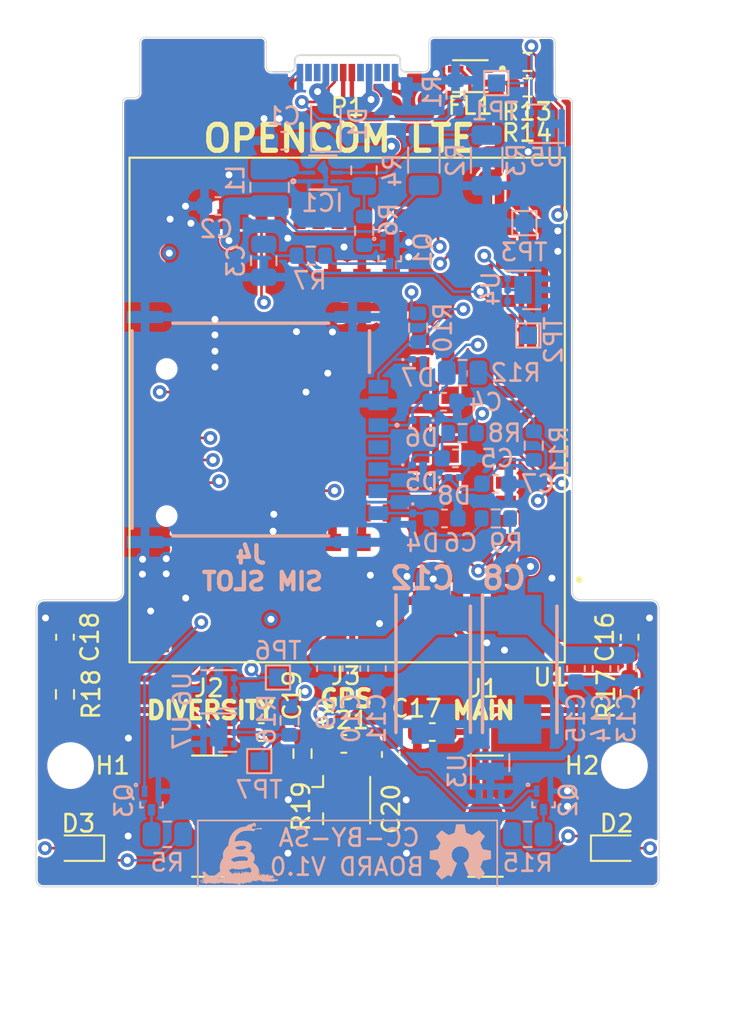
<source format=kicad_pcb>
(kicad_pcb (version 20221018) (generator pcbnew)

  (general
    (thickness 0.8)
  )

  (paper "A4")
  (title_block
    (title "openCom LTE")
    (rev "v1.0")
    (company "Liberated Embedded Systems")
    (comment 1 "Licensed under Creative Commons Attribution 4.0.")
    (comment 4 "https://liberatedsystems.co.uk")
  )

  (layers
    (0 "F.Cu" signal)
    (1 "In1.Cu" signal)
    (2 "In2.Cu" signal)
    (31 "B.Cu" signal)
    (32 "B.Adhes" user "B.Adhesive")
    (33 "F.Adhes" user "F.Adhesive")
    (34 "B.Paste" user)
    (35 "F.Paste" user)
    (36 "B.SilkS" user "B.Silkscreen")
    (37 "F.SilkS" user "F.Silkscreen")
    (38 "B.Mask" user)
    (39 "F.Mask" user)
    (40 "Dwgs.User" user "User.Drawings")
    (41 "Cmts.User" user "User.Comments")
    (42 "Eco1.User" user "User.Eco1")
    (43 "Eco2.User" user "User.Eco2")
    (44 "Edge.Cuts" user)
    (45 "Margin" user)
    (46 "B.CrtYd" user "B.Courtyard")
    (47 "F.CrtYd" user "F.Courtyard")
    (48 "B.Fab" user)
    (49 "F.Fab" user)
    (50 "User.1" user)
    (51 "User.2" user)
    (52 "User.3" user)
    (53 "User.4" user)
    (54 "User.5" user)
    (55 "User.6" user)
    (56 "User.7" user)
    (57 "User.8" user)
    (58 "User.9" user)
  )

  (setup
    (stackup
      (layer "F.SilkS" (type "Top Silk Screen"))
      (layer "F.Paste" (type "Top Solder Paste"))
      (layer "F.Mask" (type "Top Solder Mask") (thickness 0.01))
      (layer "F.Cu" (type "copper") (thickness 0.035))
      (layer "dielectric 1" (type "prepreg") (thickness 0.1) (material "FR4") (epsilon_r 4.5) (loss_tangent 0.02))
      (layer "In1.Cu" (type "copper") (thickness 0.035))
      (layer "dielectric 2" (type "core") (thickness 0.44) (material "FR4") (epsilon_r 4.5) (loss_tangent 0.02))
      (layer "In2.Cu" (type "copper") (thickness 0.035))
      (layer "dielectric 3" (type "prepreg") (thickness 0.1) (material "FR4") (epsilon_r 4.5) (loss_tangent 0.02))
      (layer "B.Cu" (type "copper") (thickness 0.035))
      (layer "B.Mask" (type "Bottom Solder Mask") (thickness 0.01))
      (layer "B.Paste" (type "Bottom Solder Paste"))
      (layer "B.SilkS" (type "Bottom Silk Screen"))
      (copper_finish "None")
      (dielectric_constraints no)
    )
    (pad_to_mask_clearance 0)
    (pcbplotparams
      (layerselection 0x00010fc_ffffffff)
      (plot_on_all_layers_selection 0x0000000_00000000)
      (disableapertmacros false)
      (usegerberextensions false)
      (usegerberattributes true)
      (usegerberadvancedattributes true)
      (creategerberjobfile true)
      (dashed_line_dash_ratio 12.000000)
      (dashed_line_gap_ratio 3.000000)
      (svgprecision 4)
      (plotframeref false)
      (viasonmask false)
      (mode 1)
      (useauxorigin false)
      (hpglpennumber 1)
      (hpglpenspeed 20)
      (hpglpendiameter 15.000000)
      (dxfpolygonmode true)
      (dxfimperialunits true)
      (dxfusepcbnewfont true)
      (psnegative false)
      (psa4output false)
      (plotreference true)
      (plotvalue true)
      (plotinvisibletext false)
      (sketchpadsonfab false)
      (subtractmaskfromsilk false)
      (outputformat 1)
      (mirror false)
      (drillshape 0)
      (scaleselection 1)
      (outputdirectory "gen/")
    )
  )

  (net 0 "")
  (net 1 "VBUS")
  (net 2 "GND")
  (net 3 "+3V8")
  (net 4 "/POWER_GOOD")
  (net 5 "/USIM_PRESENCE")
  (net 6 "/ANT_MAIN")
  (net 7 "/ANT_DIV")
  (net 8 "/ANT_GNSS")
  (net 9 "Net-(J3-In)")
  (net 10 "Net-(D1-A)")
  (net 11 "Net-(D2-K)")
  (net 12 "Net-(D3-K)")
  (net 13 "/USB_D+")
  (net 14 "/USB_D-")
  (net 15 "Net-(IC1-SW)")
  (net 16 "Net-(IC1-FB)")
  (net 17 "Net-(IC1-PG)")
  (net 18 "Net-(P1-CC)")
  (net 19 "unconnected-(P1-VCONN-PadB5)")
  (net 20 "Net-(Q1-B)")
  (net 21 "Net-(Q1-C)")
  (net 22 "/NETLIGHT")
  (net 23 "Net-(Q2-C)")
  (net 24 "/STATUS")
  (net 25 "Net-(Q3-C)")
  (net 26 "/USIM_RST")
  (net 27 "/USIM_CLK")
  (net 28 "/VDD_EXT")
  (net 29 "/USIM_DATA")
  (net 30 "Net-(R13-Pad1)")
  (net 31 "Net-(R14-Pad1)")
  (net 32 "Net-(R16-Pad2)")
  (net 33 "Net-(U1-USB_BOOT)")
  (net 34 "unconnected-(U1-PCM_CLK-Pad4)")
  (net 35 "unconnected-(U1-PCM_SYNC-Pad5)")
  (net 36 "unconnected-(U1-PCM_DIN-Pad6)")
  (net 37 "unconnected-(U1-PCM_DOUT-Pad7)")
  (net 38 "unconnected-(U1-RESET_N-Pad17)")
  (net 39 "unconnected-(U1-RESERVED-Pad18)")
  (net 40 "unconnected-(U1-AP_READY-Pad19)")
  (net 41 "unconnected-(U1-DBG_RXD-Pad22)")
  (net 42 "unconnected-(U1-DBG_TXD-Pad23)")
  (net 43 "unconnected-(U1-ADC0-Pad24)")
  (net 44 "unconnected-(U1-SPI_CLK-Pad26)")
  (net 45 "unconnected-(U1-SPI_MOSI-Pad27)")
  (net 46 "unconnected-(U1-SPI_MISO-Pad28)")
  (net 47 "unconnected-(U1-DTR-Pad30)")
  (net 48 "unconnected-(U1-RXD-Pad34)")
  (net 49 "unconnected-(U1-TXD-Pad35)")
  (net 50 "unconnected-(U1-CTS-Pad36)")
  (net 51 "unconnected-(U1-RTS-Pad37)")
  (net 52 "unconnected-(U1-DCD-Pad38)")
  (net 53 "unconnected-(U1-RI-Pad39)")
  (net 54 "unconnected-(U1-I2C_SCL-Pad40)")
  (net 55 "unconnected-(U1-I2C_SDA-Pad41)")
  (net 56 "unconnected-(U1-USIM2_PRESENCE-Pad83)")
  (net 57 "unconnected-(U1-USIM2_CLK-Pad84)")
  (net 58 "/USIM_VDD")
  (net 59 "Net-(C17-Pad1)")
  (net 60 "Net-(C19-Pad1)")
  (net 61 "/USBC_D+")
  (net 62 "/USBC_D-")
  (net 63 "unconnected-(U1-USIM2_RST-Pad85)")
  (net 64 "unconnected-(U1-USIM2_DATA-Pad86)")
  (net 65 "unconnected-(U1-USIM2_VDD-Pad87)")
  (net 66 "Net-(J4-RST)")
  (net 67 "Net-(J4-CLK)")
  (net 68 "Net-(J4-I{slash}O)")
  (net 69 "unconnected-(J4-VPP-PadC6)")

  (footprint "CONSMA002-SMD:LINX_CONSMA002-SMD" (layer "F.Cu") (at 151.72 142.15))

  (footprint "Resistor_SMD:R_0603_1608Metric" (layer "F.Cu") (at 154.15 98.575 180))

  (footprint "Resistor_SMD:R_0603_1608Metric_Pad0.98x0.95mm_HandSolder" (layer "F.Cu") (at 160.05 135.1125 -90))

  (footprint "LED_SMD:LED_0603_1608Metric" (layer "F.Cu") (at 128.2 144 180))

  (footprint "Capacitor_SMD:C_0603_1608Metric_Pad1.08x0.95mm_HandSolder" (layer "F.Cu") (at 146.25 138.5875 -90))

  (footprint "Resistor_SMD:R_0603_1608Metric_Pad0.98x0.95mm_HandSolder" (layer "F.Cu") (at 141.15 138.5375 -90))

  (footprint "Connector_USB:USB_C_Plug_Molex_105444" (layer "F.Cu") (at 143.75 99.15))

  (footprint "MountingHole:MountingHole_2.2mm_M2" (layer "F.Cu") (at 159.75 139.23))

  (footprint "LED_SMD:LED_0603_1608Metric" (layer "F.Cu") (at 159.3 144))

  (footprint "CONSMA002-SMD:LINX_CONSMA002-SMD" (layer "F.Cu") (at 135.77 142.15))

  (footprint "Capacitor_SMD:C_0603_1608Metric_Pad1.08x0.95mm_HandSolder" (layer "F.Cu") (at 160.05 131.8125 90))

  (footprint "Capacitor_SMD:C_0603_1608Metric_Pad1.08x0.95mm_HandSolder" (layer "F.Cu") (at 138.7675 137.29))

  (footprint "Capacitor_SMD:C_0603_1608Metric_Pad1.08x0.95mm_HandSolder" (layer "F.Cu") (at 127.425 131.8125 90))

  (footprint "Capacitor_SMD:C_0603_1608Metric_Pad1.08x0.95mm_HandSolder" (layer "F.Cu") (at 148.6475 137.29 180))

  (footprint "Capacitor_SMD:C_0603_1608Metric_Pad1.08x0.95mm_HandSolder" (layer "F.Cu") (at 143.5375 137.975))

  (footprint "Resistor_SMD:R_0603_1608Metric_Pad0.98x0.95mm_HandSolder" (layer "F.Cu") (at 127.425 135.1125 -90))

  (footprint "MountingHole:MountingHole_2.2mm_M2" (layer "F.Cu") (at 127.75 139.23))

  (footprint "Resistor_SMD:R_0603_1608Metric" (layer "F.Cu") (at 154.15 100.05 180))

  (footprint "DLW21SN900SQ2L:FIL_DLW21SN900SQ2L" (layer "F.Cu") (at 150.85 99.4 180))

  (footprint "EG95:XCVR_EG95" (layer "F.Cu")
    (tstamp f851ed5b-4e23-405b-b1aa-e8d65dde7576)
    (at 143.73 118.685 180)
    (property "MANUFACTURER" "Quectel")
    (property "MAXIMUM_PACKAGE_HEIGHT" "2.5mm")
    (property "PARTREV" "1.5")
    (property "STANDARD" "Manufacturer Recommendations")
    (property "Sheetfile" "opencom-lte.kicad_sch")
    (property "Sheetname" "")
    (path "/e6a6b14f-fc94-4e9b-b34c-71e0e50cdc39")
    (attr smd)
    (fp_text reference "U1" (at -11.76 -15.445) (layer "F.SilkS")
        (effects (font (size 1 1) (thickness 0.153)))
      (tstamp 1d464947-5842-4187-a9bd-c30a4e55b624)
    )
    (fp_text value "EG95" (at -12.635 15.715) (layer "F.Fab")
        (effects (font (size 1 1) (thickness 0.15)))
      (tstamp 7b80973e-b338-4301-a0a8-35a68cefc798)
    )
    (fp_circle (center -5.95 -4.25) (end -5.478 -4.25)
      (stroke (width 0) (type solid)) (fill solid) (layer "F.Paste") (tstamp 67d3b74d-81a9-43e5-82a0-a58ecb94a205))
    (fp_circle (center -5.95 -2.55) (end -5.478 -2.55)
      (stroke (width 0) (type solid)) (fill solid) (layer "F.Paste") (tstamp 12d7749c-79c9-41a7-b0f5-19f3bfe17632))
    (fp_circle (center -5.95 -0.85) (end -5.478 -0.85)
      (stroke (width 0) (type solid)) (fill solid) (layer "F.Paste") (tstamp 4e384b70-bee1-4f3c-923a-35ca47ab2658))
    (fp_circle (center -5.95 0.85) (end -5.478 0.85)
      (stroke (width 0) (type solid)) (fill solid) (layer "F.Paste") (tstamp 6d05fc8f-1146-4558-87f4-124d02db3765))
    (fp_circle (center -5.95 2.55) (end -5.478 2.55)
      (stroke (width 0) (type solid)) (fill solid) (layer "F.Paste") (tstamp 357ed333-a131-4460-9f03-f99d16791163))
    (fp_circle (center -5.95 4.25) (end -5.478 4.25)
      (stroke (width 0) (type solid)) (fill solid) (layer "F.Paste") (tstamp 63f94867-3c9e-4667-930a-fee0f1e2ebe2))
    (fp_circle (center -4.25 -4.25) (end -3.778 -4.25)
      (stroke (width 0) (type solid)) (fill solid) (layer "F.Paste") (tstamp 13cc66c6-7510-4e83-a694-d08949b734e5))
    (fp_circle (center -4.25 -2.55) (end -3.778 -2.55)
      (stroke (width 0) (type solid)) (fill solid) (layer "F.Paste") (tstamp 8c7a9cf3-ddbd-4b7c-bebc-49031a5e6d73))
    (fp_circle (center -4.25 -0.85) (end -3.778 -0.85)
      (stroke (width 0) (type solid)) (fill solid) (layer "F.Paste") (tstamp 3d9d3b4e-af9b-4dbc-9336-c29b3746faba))
    (fp_circle (center -4.25 0.85) (end -3.778 0.85)
      (stroke (width 0) (type solid)) (fill solid) (layer "F.Paste") (tstamp 690ddcd6-4d8e-42c0-ad75-ff9db3797b01))
    (fp_circle (center -4.25 2.55) (end -3.778 2.55)
      (stroke (width 0) (type solid)) (fill solid) (layer "F.Paste") (tstamp 75b36f97-51b2-4f40-b557-750c42c33062))
    (fp_circle (center -4.25 4.25) (end -3.778 4.25)
      (stroke (width 0) (type solid)) (fill solid) (layer "F.Paste") (tstamp 4e758d36-1513-487c-9267-fc087fa18d60))
    (fp_circle (center -2.55 -7.65) (end -2.078 -7.65)
      (stroke (width 0) (type solid)) (fill solid) (layer "F.Paste") (tstamp 3633692c-49f1-42ca-94b0-b891b5a33b8a))
    (fp_circle (center -2.55 -5.95) (end -2.078 -5.95)
      (stroke (width 0) (type solid)) (fill solid) (layer "F.Paste") (tstamp daf7962a-2a44-472f-b9c9-8c84ea1849f8))
    (fp_circle (center -2.55 5.95) (end -2.078 5.95)
      (stroke (width 0) (type solid)) (fill solid) (layer "F.Paste") (tstamp 32fabbac-dc5d-4778-92ac-b5c62bce09fe))
    (fp_circle (center -2.55 7.65) (end -2.078 7.65)
      (stroke (width 0) (type solid)) (fill solid) (layer "F.Paste") (tstamp b9df1aa6-a689-4293-8753-7c59f8230178))
    (fp_circle (center -0.85 -7.65) (end -0.378 -7.65)
      (stroke (width 0) (type solid)) (fill solid) (layer "F.Paste") (tstamp 4d0be172-5136-470d-b73a-7a8cb51ed73c))
    (fp_circle (center -0.85 -5.95) (end -0.378 -5.95)
      (stroke (width 0) (type solid)) (fill solid) (layer "F.Paste") (tstamp e9ad7bc7-db7f-41e8-8090-37c9b439c87a))
    (fp_circle (center -0.85 5.95) (end -0.378 5.95)
      (stroke (width 0) (type solid)) (fill solid) (layer "F.Paste") (tstamp 4a30cd4e-e496-41e4-82a6-3686d3ecb188))
    (fp_circle (center -0.85 7.65) (end -0.378 7.65)
      (stroke (width 0) (type solid)) (fill solid) (layer "F.Paste") (tstamp 55b8e7ce-c026-444a-87d3-c25fb53b51c9))
    (fp_circle (center 0.85 -7.65) (end 1.322 -7.65)
      (stroke (width 0) (type solid)) (fill solid) (layer "F.Paste") (tstamp 32b20396-c9b0-4873-b9ba-fa2c66fc98d1))
    (fp_circle (center 0.85 -5.95) (end 1.322 -5.95)
      (stroke (width 0) (type solid)) (fill solid) (layer "F.Paste") (tstamp e03b0b90-06f2-4e0d-a234-628bf843efeb))
    (fp_circle (center 0.85 5.95) (end 1.322 5.95)
      (stroke (width 0) (type solid)) (fill solid) (layer "F.Paste") (tstamp 117ba3fd-2c95-455c-a1fb-79870f2b7c3e))
    (fp_circle (center 0.85 7.65) (end 1.322 7.65)
      (stroke (width 0) (type solid)) (fill solid) (layer "F.Paste") (tstamp 9cebe8bb-5944-4532-84f3-4db69cb5a267))
    (fp_circle (center 2.55 -7.65) (end 3.022 -7.65)
      (stroke (width 0) (type solid)) (fill solid) (layer "F.Paste") (tstamp 4591d32e-0bfd-40f2-a436-d8c4a8df7b9c))
    (fp_circle (center 2.55 -5.95) (end 3.022 -5.95)
      (stroke (width 0) (type solid)) (fill solid) (layer "F.Paste") (tstamp 27feb6eb-48a0-44e1-945e-be4be8aa40cb))
    (fp_circle (center 2.55 5.95) (end 3.022 5.95)
      (stroke (width 0) (type solid)) (fill solid) (layer "F.Paste") (tstamp d0d20436-b778-4fa3-9675-56b791c3d56f))
    (fp_circle (center 2.55 7.65) (end 3.022 7.65)
      (stroke (width 0) (type solid)) (fill solid) (layer "F.Paste") (tstamp defa867d-6b76-49c8-bb58-cf6b459a29a2))
    (fp_circle (center 4.25 -4.25) (end 4.722 -4.25)
      (stroke (width 0) (type solid)) (fill solid) (layer "F.Paste") (tstamp 025de2ef-81a6-402c-bdfe-0f3340f36076))
    (fp_circle (center 4.25 -2.55) (end 4.722 -2.55)
      (stroke (width 0) (type solid)) (fill solid) (layer "F.Paste") (tstamp 920f3030-f3a9-49d9-98b1-ba1e7a6cde5b))
    (fp_circle (center 4.25 -0.85) (end 4.722 -0.85)
      (stroke (width 0) (type solid)) (fill solid) (layer "F.Paste") (tstamp cf2d715c-b57e-4e29-b1b7-62efa84a9561))
    (fp_circle (center 4.25 0.85) (end 4.722 0.85)
      (stroke (width 0) (type solid)) (fill solid) (layer "F.Paste") (tstamp ca71414b-1dcf-458c-9ec7-99f7644ea8d3))
    (fp_circle (center 4.25 2.55) (end 4.722 2.55)
      (stroke (width 0) (type solid)) (fill solid) (layer "F.Paste") (tstamp c74df507-238b-4f61-b908-673a0ad914c0))
    (fp_circle (center 4.25 4.25) (end 4.722 4.25)
      (stroke (width 0) (type solid)) (fill solid) (layer "F.Paste") (tstamp 89941a95-52f2-4f01-b5ae-ea2ee97dc086))
    (fp_circle (center 5.95 -4.25) (end 6.422 -4.25)
      (stroke (width 0) (type solid)) (fill solid) (layer "F.Paste") (tstamp 464d7fed-1c31-488c-ad54-5f06dec5a552))
    (fp_circle (center 5.95 -2.55) (end 6.422 -2.55)
      (stroke (width 0) (type solid)) (fill solid) (layer "F.Paste") (tstamp 7989918b-1f57-4399-89ef-f58e0c36eb2c))
    (fp_circle (center 5.95 -0.85) (end 6.422 -0.85)
      (stroke (width 0) (type solid)) (fill solid) (layer "F.Paste") (tstamp 338601a2-47bf-49f9-ba85-32e5a710140d))
    (fp_circle (center 5.95 0.85) (end 6.422 0.85)
      (stroke (width 0) (type solid)) (fill solid) (layer "F.Paste") (tstamp 12da4203-b063-4a2b-968e-3657dc112560))
    (fp_circle (center 5.95 2.55) (end 6.422 2.55)
      (stroke (width 0) (type solid)) (fill solid) (layer "F.Paste") (tstamp 7f6528a6-3a92-4aca-ba64-fc076fca4400))
    (fp_circle (center 5.95 4.25) (end 6.422 4.25)
      (stroke (width 0) (type solid)) (fill solid) (layer "F.Paste") (tstamp faf3a879-e27f-4ff1-b81f-1530938d56fc))
    (fp_poly
      (pts
        (xy -11.66 -13.66)
        (xy -10.64 -13.66)
        (xy -10.64 -12.64)
        (xy -11.66 -12.64)
      )

      (stroke (width 0.01) (type solid)) (fill solid) (layer "F.Paste") (tstamp a4cf9f7c-fc80-4a6e-8aed-8618a06b9c70))
    (fp_poly
      (pts
        (xy -10.54 13.56)
        (xy -10.78 13.56)
        (xy -11.56 12.78)
        (xy -11.56 12.54)
        (xy -10.54 12.54)
      )

      (stroke (width 0.0001) (type solid)) (fill solid) (layer "F.Paste") (tstamp 36e8bdf4-fab0-480a-ae07-fd85752c3d27))
    (fp_poly
      (pts
        (xy -10.54 13.56)
        (xy -10.78 13.56)
        (xy -11.56 12.78)
        (xy -11.56 12.54)
        (xy -10.54 12.54)
      )

      (stroke (width 0.0001) (type solid)) (fill solid) (layer "F.Paste") (tstamp fb33d6b7-c026-42c4-b8ab-e0e13b2d656e))
    (fp_poly
      (pts
        (xy 10.54 -13.56)
        (xy 10.78 -13.56)
        (xy 11.56 -12.78)
        (xy 11.56 -12.54)
        (xy 10.54 -12.54)
      )

      (stroke (width 0.0001) (type solid)) (fill solid) (layer "F.Paste") (tstamp 74c62a22-a856-4ac7-bb7a-1febdc12e728))
    (fp_poly
      (pts
        (xy 10.54 13.56)
        (xy 10.78 13.56)
        (xy 11.56 12.78)
        (xy 11.56 12.54)
        (xy 10.54 12.54)
      )

      (stroke (width 0.0001) (type solid)) (fill solid) (layer "F.Paste") (tstamp c4360858-c8a5-42dc-836e-f31e91c33908))
    (fp_poly
      (pts
        (xy -9.525 -9.98)
        (xy -8.825 -9.98)
        (xy -8.819 -9.98)
        (xy -8.814 -9.979)
        (xy -8.808 -9.979)
        (xy -8.802 -9.978)
        (xy -8.797 -9.976)
        (xy -8.791 -9.975)
        (xy -8.786 -9.973)
        (xy -8.78 -9.97)
        (xy -8.775 -9.968)
        (xy -8.77 -9.965)
        (xy -8.765 -9.962)
        (xy -8.76 -9.959)
        (xy -8.756 -9.955)
        (xy -8.751 -9.952)
        (xy -8.747 -9.948)
        (xy -8.743 -9.944)
        (xy -8.74 -9.939)
        (xy -8.736 -9.935)
        (xy -8.733 -9.93)
        (xy -8.73 -9.925)
        (xy -8.727 -9.92)
        (xy -8.725 -9.915)
        (xy -8.722 -9.909)
        (xy -8.72 -9.904)
        (xy -8.719 -9.898)
        (xy -8.717 -9.893)
        (xy -8.716 -9.887)
        (xy -8.716 -9.881)
        (xy -8.715 -9.876)
        (xy -8.715 -9.87)
        (xy -8.715 -9.53)
        (xy -8.715 -9.524)
        (xy -8.716 -9.519)
        (xy -8.716 -9.513)
        (xy -8.717 -9.507)
        (xy -8.719 -9.502)
        (xy -8.72 -9.496)
        (xy -8.722 -9.491)
        (xy -8.725 -9.485)
        (xy -8.727 -9.48)
        (xy -8.73 -9.475)
        (xy -8.733 -9.47)
        (xy -8.736 -9.465)
        (xy -8.74 -9.461)
        (xy -8.743 -9.456)
        (xy -8.747 -9.452)
        (xy -8.751 -9.448)
        (xy -8.756 -9.445)
        (xy -8.76 -9.441)
        (xy -8.765 -9.438)
        (xy -8.77 -9.435)
        (xy -8.775 -9.432)
        (xy -8.78 -9.43)
        (xy -8.786 -9.427)
        (xy -8.791 -9.425)
        (xy -8.797 -9.424)
        (xy -8.802 -9.422)
        (xy -8.808 -9.421)
        (xy -8.814 -9.421)
        (xy -8.819 -9.42)
        (xy -8.825 -9.42)
        (xy -9.525 -9.42)
        (xy -9.531 -9.42)
        (xy -9.536 -9.421)
        (xy -9.542 -9.421)
        (xy -9.548 -9.422)
        (xy -9.553 -9.424)
        (xy -9.559 -9.425)
        (xy -9.564 -9.427)
        (xy -9.57 -9.43)
        (xy -9.575 -9.432)
        (xy -9.58 -9.435)
        (xy -9.585 -9.438)
        (xy -9.59 -9.441)
        (xy -9.594 -9.445)
        (xy -9.599 -9.448)
        (xy -9.603 -9.452)
        (xy -9.607 -9.456)
        (xy -9.61 -9.461)
        (xy -9.614 -9.465)
        (xy -9.617 -9.47)
        (xy -9.62 -9.475)
        (xy -9.623 -9.48)
        (xy -9.625 -9.485)
        (xy -9.628 -9.491)
        (xy -9.63 -9.496)
        (xy -9.631 -9.502)
        (xy -9.633 -9.507)
        (xy -9.634 -9.513)
        (xy -9.634 -9.519)
        (xy -9.635 -9.524)
        (xy -9.635 -9.53)
        (xy -9.635 -9.87)
        (xy -9.635 -9.876)
        (xy -9.634 -9.881)
        (xy -9.634 -9.887)
        (xy -9.633 -9.893)
        (xy -9.631 -9.898)
        (xy -9.63 -9.904)
        (xy -9.628 -9.909)
        (xy -9.625 -9.915)
        (xy -9.623 -9.92)
        (xy -9.62 -9.925)
        (xy -9.617 -9.93)
        (xy -9.614 -9.935)
        (xy -9.61 -9.939)
        (xy -9.607 -9.944)
        (xy -9.603 -9.948)
        (xy -9.599 -9.952)
        (xy -9.594 -9.955)
        (xy -9.59 -9.959)
        (xy -9.585 -9.962)
        (xy -9.58 -9.965)
        (xy -9.575 -9.968)
        (xy -9.57 -9.97)
        (xy -9.564 -9.973)
        (xy -9.559 -9.975)
        (xy -9.553 -9.976)
        (xy -9.548 -9.978)
        (xy -9.542 -9.979)
        (xy -9.536 -9.979)
        (xy -9.531 -9.98)
        (xy -9.525 -9.98)
      )

      (stroke (width 0.0001) (type solid)) (fill solid) (layer "F.Paste") (tstamp 381fb920-c57b-4d2c-bff1-181bec3e7f23))
    (fp_poly
      (pts
        (xy -9.525 -8.88)
        (xy -8.825 -8.88)
        (xy -8.819 -8.88)
        (xy -8.814 -8.879)
        (xy -8.808 -8.879)
        (xy -8.802 -8.878)
        (xy -8.797 -8.876)
        (xy -8.791 -8.875)
        (xy -8.786 -8.873)
        (xy -8.78 -8.87)
        (xy -8.775 -8.868)
        (xy -8.77 -8.865)
        (xy -8.765 -8.862)
        (xy -8.76 -8.859)
        (xy -8.756 -8.855)
        (xy -8.751 -8.852)
        (xy -8.747 -8.848)
        (xy -8.743 -8.844)
        (xy -8.74 -8.839)
        (xy -8.736 -8.835)
        (xy -8.733 -8.83)
        (xy -8.73 -8.825)
        (xy -8.727 -8.82)
        (xy -8.725 -8.815)
        (xy -8.722 -8.809)
        (xy -8.72 -8.804)
        (xy -8.719 -8.798)
        (xy -8.717 -8.793)
        (xy -8.716 -8.787)
        (xy -8.716 -8.781)
        (xy -8.715 -8.776)
        (xy -8.715 -8.77)
        (xy -8.715 -8.43)
        (xy -8.715 -8.424)
        (xy -8.716 -8.419)
        (xy -8.716 -8.413)
        (xy -8.717 -8.407)
        (xy -8.719 -8.402)
        (xy -8.72 -8.396)
        (xy -8.722 -8.391)
        (xy -8.725 -8.385)
        (xy -8.727 -8.38)
        (xy -8.73 -8.375)
        (xy -8.733 -8.37)
        (xy -8.736 -8.365)
        (xy -8.74 -8.361)
        (xy -8.743 -8.356)
        (xy -8.747 -8.352)
        (xy -8.751 -8.348)
        (xy -8.756 -8.345)
        (xy -8.76 -8.341)
        (xy -8.765 -8.338)
        (xy -8.77 -8.335)
        (xy -8.775 -8.332)
        (xy -8.78 -8.33)
        (xy -8.786 -8.327)
        (xy -8.791 -8.325)
        (xy -8.797 -8.324)
        (xy -8.802 -8.322)
        (xy -8.808 -8.321)
        (xy -8.814 -8.321)
        (xy -8.819 -8.32)
        (xy -8.825 -8.32)
        (xy -9.525 -8.32)
        (xy -9.531 -8.32)
        (xy -9.536 -8.321)
        (xy -9.542 -8.321)
        (xy -9.548 -8.322)
        (xy -9.553 -8.324)
        (xy -9.559 -8.325)
        (xy -9.564 -8.327)
        (xy -9.57 -8.33)
        (xy -9.575 -8.332)
        (xy -9.58 -8.335)
        (xy -9.585 -8.338)
        (xy -9.59 -8.341)
        (xy -9.594 -8.345)
        (xy -9.599 -8.348)
        (xy -9.603 -8.352)
        (xy -9.607 -8.356)
        (xy -9.61 -8.361)
        (xy -9.614 -8.365)
        (xy -9.617 -8.37)
        (xy -9.62 -8.375)
        (xy -9.623 -8.38)
        (xy -9.625 -8.385)
        (xy -9.628 -8.391)
        (xy -9.63 -8.396)
        (xy -9.631 -8.402)
        (xy -9.633 -8.407)
        (xy -9.634 -8.413)
        (xy -9.634 -8.419)
        (xy -9.635 -8.424)
        (xy -9.635 -8.43)
        (xy -9.635 -8.77)
        (xy -9.635 -8.776)
        (xy -9.634 -8.781)
        (xy -9.634 -8.787)
        (xy -9.633 -8.793)
        (xy -9.631 -8.798)
        (xy -9.63 -8.804)
        (xy -9.628 -8.809)
        (xy -9.625 -8.815)
        (xy -9.623 -8.82)
        (xy -9.62 -8.825)
        (xy -9.617 -8.83)
        (xy -9.614 -8.835)
        (xy -9.61 -8.839)
        (xy -9.607 -8.844)
        (xy -9.603 -8.848)
        (xy -9.599 -8.852)
        (xy -9.594 -8.855)
        (xy -9.59 -8.859)
        (xy -9.585 -8.862)
        (xy -9.58 -8.865)
        (xy -9.575 -8.868)
        (xy -9.57 -8.87)
        (xy -9.564 -8.873)
        (xy -9.559 -8.875)
        (xy -9.553 -8.876)
        (xy -9.548 -8.878)
        (xy -9.542 -8.879)
        (xy -9.536 -8.879)
        (xy -9.531 -8.88)
        (xy -9.525 -8.88)
      )

      (stroke (width 0.0001) (type solid)) (fill solid) (layer "F.Paste") (tstamp 15a79106-df97-4493-8a49-601ca5566463))
    (fp_poly
      (pts
        (xy -9.525 -7.78)
        (xy -8.825 -7.78)
        (xy -8.819 -7.78)
        (xy -8.814 -7.779)
        (xy -8.808 -7.779)
        (xy -8.802 -7.778)
        (xy -8.797 -7.776)
        (xy -8.791 -7.775)
        (xy -8.786 -7.773)
        (xy -8.78 -7.77)
        (xy -8.775 -7.768)
        (xy -8.77 -7.765)
        (xy -8.765 -7.762)
        (xy -8.76 -7.759)
        (xy -8.756 -7.755)
        (xy -8.751 -7.752)
        (xy -8.747 -7.748)
        (xy -8.743 -7.744)
        (xy -8.74 -7.739)
        (xy -8.736 -7.735)
        (xy -8.733 -7.73)
        (xy -8.73 -7.725)
        (xy -8.727 -7.72)
        (xy -8.725 -7.715)
        (xy -8.722 -7.709)
        (xy -8.72 -7.704)
        (xy -8.719 -7.698)
        (xy -8.717 -7.693)
        (xy -8.716 -7.687)
        (xy -8.716 -7.681)
        (xy -8.715 -7.676)
        (xy -8.715 -7.67)
        (xy -8.715 -7.33)
        (xy -8.715 -7.324)
        (xy -8.716 -7.319)
        (xy -8.716 -7.313)
        (xy -8.717 -7.307)
        (xy -8.719 -7.302)
        (xy -8.72 -7.296)
        (xy -8.722 -7.291)
        (xy -8.725 -7.285)
        (xy -8.727 -7.28)
        (xy -8.73 -7.275)
        (xy -8.733 -7.27)
        (xy -8.736 -7.265)
        (xy -8.74 -7.261)
        (xy -8.743 -7.256)
        (xy -8.747 -7.252)
        (xy -8.751 -7.248)
        (xy -8.756 -7.245)
        (xy -8.76 -7.241)
        (xy -8.765 -7.238)
        (xy -8.77 -7.235)
        (xy -8.775 -7.232)
        (xy -8.78 -7.23)
        (xy -8.786 -7.227)
        (xy -8.791 -7.225)
        (xy -8.797 -7.224)
        (xy -8.802 -7.222)
        (xy -8.808 -7.221)
        (xy -8.814 -7.221)
        (xy -8.819 -7.22)
        (xy -8.825 -7.22)
        (xy -9.525 -7.22)
        (xy -9.531 -7.22)
        (xy -9.536 -7.221)
        (xy -9.542 -7.221)
        (xy -9.548 -7.222)
        (xy -9.553 -7.224)
        (xy -9.559 -7.225)
        (xy -9.564 -7.227)
        (xy -9.57 -7.23)
        (xy -9.575 -7.232)
        (xy -9.58 -7.235)
        (xy -9.585 -7.238)
        (xy -9.59 -7.241)
        (xy -9.594 -7.245)
        (xy -9.599 -7.248)
        (xy -9.603 -7.252)
        (xy -9.607 -7.256)
        (xy -9.61 -7.261)
        (xy -9.614 -7.265)
        (xy -9.617 -7.27)
        (xy -9.62 -7.275)
        (xy -9.623 -7.28)
        (xy -9.625 -7.285)
        (xy -9.628 -7.291)
        (xy -9.63 -7.296)
        (xy -9.631 -7.302)
        (xy -9.633 -7.307)
        (xy -9.634 -7.313)
        (xy -9.634 -7.319)
        (xy -9.635 -7.324)
        (xy -9.635 -7.33)
        (xy -9.635 -7.67)
        (xy -9.635 -7.676)
        (xy -9.634 -7.681)
        (xy -9.634 -7.687)
        (xy -9.633 -7.693)
        (xy -9.631 -7.698)
        (xy -9.63 -7.704)
        (xy -9.628 -7.709)
        (xy -9.625 -7.715)
        (xy -9.623 -7.72)
        (xy -9.62 -7.725)
        (xy -9.617 -7.73)
        (xy -9.614 -7.735)
        (xy -9.61 -7.739)
        (xy -9.607 -7.744)
        (xy -9.603 -7.748)
        (xy -9.599 -7.752)
        (xy -9.594 -7.755)
        (xy -9.59 -7.759)
        (xy -9.585 -7.762)
        (xy -9.58 -7.765)
        (xy -9.575 -7.768)
        (xy -9.57 -7.77)
        (xy -9.564 -7.773)
        (xy -9.559 -7.775)
        (xy -9.553 -7.776)
        (xy -9.548 -7.778)
        (xy -9.542 -7.779)
        (xy -9.536 -7.779)
        (xy -9.531 -7.78)
        (xy -9.525 -7.78)
      )

      (stroke (width 0.0001) (type solid)) (fill solid) (layer "F.Paste") (tstamp 0c575af3-6ed1-46a3-bfde-38643bb7e524))
    (fp_poly
      (pts
        (xy -9.525 -6.68)
        (xy -8.825 -6.68)
        (xy -8.819 -6.68)
        (xy -8.814 -6.679)
        (xy -8.808 -6.679)
        (xy -8.802 -6.678)
        (xy -8.797 -6.676)
        (xy -8.791 -6.675)
        (xy -8.786 -6.673)
        (xy -8.78 -6.67)
        (xy -8.775 -6.668)
        (xy -8.77 -6.665)
        (xy -8.765 -6.662)
        (xy -8.76 -6.659)
        (xy -8.756 -6.655)
        (xy -8.751 -6.652)
        (xy -8.747 -6.648)
        (xy -8.743 -6.644)
        (xy -8.74 -6.639)
        (xy -8.736 -6.635)
        (xy -8.733 -6.63)
        (xy -8.73 -6.625)
        (xy -8.727 -6.62)
        (xy -8.725 -6.615)
        (xy -8.722 -6.609)
        (xy -8.72 -6.604)
        (xy -8.719 -6.598)
        (xy -8.717 -6.593)
        (xy -8.716 -6.587)
        (xy -8.716 -6.581)
        (xy -8.715 -6.576)
        (xy -8.715 -6.57)
        (xy -8.715 -6.23)
        (xy -8.715 -6.224)
        (xy -8.716 -6.219)
        (xy -8.716 -6.213)
        (xy -8.717 -6.207)
        (xy -8.719 -6.202)
        (xy -8.72 -6.196)
        (xy -8.722 -6.191)
        (xy -8.725 -6.185)
        (xy -8.727 -6.18)
        (xy -8.73 -6.175)
        (xy -8.733 -6.17)
        (xy -8.736 -6.165)
        (xy -8.74 -6.161)
        (xy -8.743 -6.156)
        (xy -8.747 -6.152)
        (xy -8.751 -6.148)
        (xy -8.756 -6.145)
        (xy -8.76 -6.141)
        (xy -8.765 -6.138)
        (xy -8.77 -6.135)
        (xy -8.775 -6.132)
        (xy -8.78 -6.13)
        (xy -8.786 -6.127)
        (xy -8.791 -6.125)
        (xy -8.797 -6.124)
        (xy -8.802 -6.122)
        (xy -8.808 -6.121)
        (xy -8.814 -6.121)
        (xy -8.819 -6.12)
        (xy -8.825 -6.12)
        (xy -9.525 -6.12)
        (xy -9.531 -6.12)
        (xy -9.536 -6.121)
        (xy -9.542 -6.121)
        (xy -9.548 -6.122)
        (xy -9.553 -6.124)
        (xy -9.559 -6.125)
        (xy -9.564 -6.127)
        (xy -9.57 -6.13)
        (xy -9.575 -6.132)
        (xy -9.58 -6.135)
        (xy -9.585 -6.138)
        (xy -9.59 -6.141)
        (xy -9.594 -6.145)
        (xy -9.599 -6.148)
        (xy -9.603 -6.152)
        (xy -9.607 -6.156)
        (xy -9.61 -6.161)
        (xy -9.614 -6.165)
        (xy -9.617 -6.17)
        (xy -9.62 -6.175)
        (xy -9.623 -6.18)
        (xy -9.625 -6.185)
        (xy -9.628 -6.191)
        (xy -9.63 -6.196)
        (xy -9.631 -6.202)
        (xy -9.633 -6.207)
        (xy -9.634 -6.213)
        (xy -9.634 -6.219)
        (xy -9.635 -6.224)
        (xy -9.635 -6.23)
        (xy -9.635 -6.57)
        (xy -9.635 -6.576)
        (xy -9.634 -6.581)
        (xy -9.634 -6.587)
        (xy -9.633 -6.593)
        (xy -9.631 -6.598)
        (xy -9.63 -6.604)
        (xy -9.628 -6.609)
        (xy -9.625 -6.615)
        (xy -9.623 -6.62)
        (xy -9.62 -6.625)
        (xy -9.617 -6.63)
        (xy -9.614 -6.635)
        (xy -9.61 -6.639)
        (xy -9.607 -6.644)
        (xy -9.603 -6.648)
        (xy -9.599 -6.652)
        (xy -9.594 -6.655)
        (xy -9.59 -6.659)
        (xy -9.585 -6.662)
        (xy -9.58 -6.665)
        (xy -9.575 -6.668)
        (xy -9.57 -6.67)
        (xy -9.564 -6.673)
        (xy -9.559 -6.675)
        (xy -9.553 -6.676)
        (xy -9.548 -6.678)
        (xy -9.542 -6.679)
        (xy -9.536 -6.679)
        (xy -9.531 -6.68)
        (xy -9.525 -6.68)
      )

      (stroke (width 0.0001) (type solid)) (fill solid) (layer "F.Paste") (tstamp 4a9d6eca-1bec-49f3-8d4a-6444aca6165c))
    (fp_poly
      (pts
        (xy -9.525 -5.58)
        (xy -8.825 -5.58)
        (xy -8.819 -5.58)
        (xy -8.814 -5.579)
        (xy -8.808 -5.579)
        (xy -8.802 -5.578)
        (xy -8.797 -5.576)
        (xy -8.791 -5.575)
        (xy -8.786 -5.573)
        (xy -8.78 -5.57)
        (xy -8.775 -5.568)
        (xy -8.77 -5.565)
        (xy -8.765 -5.562)
        (xy -8.76 -5.559)
        (xy -8.756 -5.555)
        (xy -8.751 -5.552)
        (xy -8.747 -5.548)
        (xy -8.743 -5.544)
        (xy -8.74 -5.539)
        (xy -8.736 -5.535)
        (xy -8.733 -5.53)
        (xy -8.73 -5.525)
        (xy -8.727 -5.52)
        (xy -8.725 -5.515)
        (xy -8.722 -5.509)
        (xy -8.72 -5.504)
        (xy -8.719 -5.498)
        (xy -8.717 -5.493)
        (xy -8.716 -5.487)
        (xy -8.716 -5.481)
        (xy -8.715 -5.476)
        (xy -8.715 -5.47)
        (xy -8.715 -5.13)
        (xy -8.715 -5.124)
        (xy -8.716 -5.119)
        (xy -8.716 -5.113)
        (xy -8.717 -5.107)
        (xy -8.719 -5.102)
        (xy -8.72 -5.096)
        (xy -8.722 -5.091)
        (xy -8.725 -5.085)
        (xy -8.727 -5.08)
        (xy -8.73 -5.075)
        (xy -8.733 -5.07)
        (xy -8.736 -5.065)
        (xy -8.74 -5.061)
        (xy -8.743 -5.056)
        (xy -8.747 -5.052)
        (xy -8.751 -5.048)
        (xy -8.756 -5.045)
        (xy -8.76 -5.041)
        (xy -8.765 -5.038)
        (xy -8.77 -5.035)
        (xy -8.775 -5.032)
        (xy -8.78 -5.03)
        (xy -8.786 -5.027)
        (xy -8.791 -5.025)
        (xy -8.797 -5.024)
        (xy -8.802 -5.022)
        (xy -8.808 -5.021)
        (xy -8.814 -5.021)
        (xy -8.819 -5.02)
        (xy -8.825 -5.02)
        (xy -9.525 -5.02)
        (xy -9.531 -5.02)
        (xy -9.536 -5.021)
        (xy -9.542 -5.021)
        (xy -9.548 -5.022)
        (xy -9.553 -5.024)
        (xy -9.559 -5.025)
        (xy -9.564 -5.027)
        (xy -9.57 -5.03)
        (xy -9.575 -5.032)
        (xy -9.58 -5.035)
        (xy -9.585 -5.038)
        (xy -9.59 -5.041)
        (xy -9.594 -5.045)
        (xy -9.599 -5.048)
        (xy -9.603 -5.052)
        (xy -9.607 -5.056)
        (xy -9.61 -5.061)
        (xy -9.614 -5.065)
        (xy -9.617 -5.07)
        (xy -9.62 -5.075)
        (xy -9.623 -5.08)
        (xy -9.625 -5.085)
        (xy -9.628 -5.091)
        (xy -9.63 -5.096)
        (xy -9.631 -5.102)
        (xy -9.633 -5.107)
        (xy -9.634 -5.113)
        (xy -9.634 -5.119)
        (xy -9.635 -5.124)
        (xy -9.635 -5.13)
        (xy -9.635 -5.47)
        (xy -9.635 -5.476)
        (xy -9.634 -5.481)
        (xy -9.634 -5.487)
        (xy -9.633 -5.493)
        (xy -9.631 -5.498)
        (xy -9.63 -5.504)
        (xy -9.628 -5.509)
        (xy -9.625 -5.515)
        (xy -9.623 -5.52)
        (xy -9.62 -5.525)
        (xy -9.617 -5.53)
        (xy -9.614 -5.535)
        (xy -9.61 -5.539)
        (xy -9.607 -5.544)
        (xy -9.603 -5.548)
        (xy -9.599 -5.552)
        (xy -9.594 -5.555)
        (xy -9.59 -5.559)
        (xy -9.585 -5.562)
        (xy -9.58 -5.565)
        (xy -9.575 -5.568)
        (xy -9.57 -5.57)
        (xy -9.564 -5.573)
        (xy -9.559 -5.575)
        (xy -9.553 -5.576)
        (xy -9.548 -5.578)
        (xy -9.542 -5.579)
        (xy -9.536 -5.579)
        (xy -9.531 -5.58)
        (xy -9.525 -5.58)
      )

      (stroke (width 0.0001) (type solid)) (fill solid) (layer "F.Paste") (tstamp e40f3414-f91c-4fbd-a4de-8dc5493441cf))
    (fp_poly
      (pts
        (xy -9.525 -4.48)
        (xy -8.825 -4.48)
        (xy -8.819 -4.48)
        (xy -8.814 -4.479)
        (xy -8.808 -4.479)
        (xy -8.802 -4.478)
        (xy -8.797 -4.476)
        (xy -8.791 -4.475)
        (xy -8.786 -4.473)
        (xy -8.78 -4.47)
        (xy -8.775 -4.468)
        (xy -8.77 -4.465)
        (xy -8.765 -4.462)
        (xy -8.76 -4.459)
        (xy -8.756 -4.455)
        (xy -8.751 -4.452)
        (xy -8.747 -4.448)
        (xy -8.743 -4.444)
        (xy -8.74 -4.439)
        (xy -8.736 -4.435)
        (xy -8.733 -4.43)
        (xy -8.73 -4.425)
        (xy -8.727 -4.42)
        (xy -8.725 -4.415)
        (xy -8.722 -4.409)
        (xy -8.72 -4.404)
        (xy -8.719 -4.398)
        (xy -8.717 -4.393)
        (xy -8.716 -4.387)
        (xy -8.716 -4.381)
        (xy -8.715 -4.376)
        (xy -8.715 -4.37)
        (xy -8.715 -4.03)
        (xy -8.715 -4.024)
        (xy -8.716 -4.019)
        (xy -8.716 -4.013)
        (xy -8.717 -4.007)
        (xy -8.719 -4.002)
        (xy -8.72 -3.996)
        (xy -8.722 -3.991)
        (xy -8.725 -3.985)
        (xy -8.727 -3.98)
        (xy -8.73 -3.975)
        (xy -8.733 -3.97)
        (xy -8.736 -3.965)
        (xy -8.74 -3.961)
        (xy -8.743 -3.956)
        (xy -8.747 -3.952)
        (xy -8.751 -3.948)
        (xy -8.756 -3.945)
        (xy -8.76 -3.941)
        (xy -8.765 -3.938)
        (xy -8.77 -3.935)
        (xy -8.775 -3.932)
        (xy -8.78 -3.93)
        (xy -8.786 -3.927)
        (xy -8.791 -3.925)
        (xy -8.797 -3.924)
        (xy -8.802 -3.922)
        (xy -8.808 -3.921)
        (xy -8.814 -3.921)
        (xy -8.819 -3.92)
        (xy -8.825 -3.92)
        (xy -9.525 -3.92)
        (xy -9.531 -3.92)
        (xy -9.536 -3.921)
        (xy -9.542 -3.921)
        (xy -9.548 -3.922)
        (xy -9.553 -3.924)
        (xy -9.559 -3.925)
        (xy -9.564 -3.927)
        (xy -9.57 -3.93)
        (xy -9.575 -3.932)
        (xy -9.58 -3.935)
        (xy -9.585 -3.938)
        (xy -9.59 -3.941)
        (xy -9.594 -3.945)
        (xy -9.599 -3.948)
        (xy -9.603 -3.952)
        (xy -9.607 -3.956)
        (xy -9.61 -3.961)
        (xy -9.614 -3.965)
        (xy -9.617 -3.97)
        (xy -9.62 -3.975)
        (xy -9.623 -3.98)
        (xy -9.625 -3.985)
        (xy -9.628 -3.991)
        (xy -9.63 -3.996)
        (xy -9.631 -4.002)
        (xy -9.633 -4.007)
        (xy -9.634 -4.013)
        (xy -9.634 -4.019)
        (xy -9.635 -4.024)
        (xy -9.635 -4.03)
        (xy -9.635 -4.37)
        (xy -9.635 -4.376)
        (xy -9.634 -4.381)
        (xy -9.634 -4.387)
        (xy -9.633 -4.393)
        (xy -9.631 -4.398)
        (xy -9.63 -4.404)
        (xy -9.628 -4.409)
        (xy -9.625 -4.415)
        (xy -9.623 -4.42)
        (xy -9.62 -4.425)
        (xy -9.617 -4.43)
        (xy -9.614 -4.435)
        (xy -9.61 -4.439)
        (xy -9.607 -4.444)
        (xy -9.603 -4.448)
        (xy -9.599 -4.452)
        (xy -9.594 -4.455)
        (xy -9.59 -4.459)
        (xy -9.585 -4.462)
        (xy -9.58 -4.465)
        (xy -9.575 -4.468)
        (xy -9.57 -4.47)
        (xy -9.564 -4.473)
        (xy -9.559 -4.475)
        (xy -9.553 -4.476)
        (xy -9.548 -4.478)
        (xy -9.542 -4.479)
        (xy -9.536 -4.479)
        (xy -9.531 -4.48)
        (xy -9.525 -4.48)
      )

      (stroke (width 0.0001) (type solid)) (fill solid) (layer "F.Paste") (tstamp 632251aa-57d5-41fd-a286-0fe541e8b458))
    (fp_poly
      (pts
        (xy -9.525 -3.38)
        (xy -8.825 -3.38)
        (xy -8.819 -3.38)
        (xy -8.814 -3.379)
        (xy -8.808 -3.379)
        (xy -8.802 -3.378)
        (xy -8.797 -3.376)
        (xy -8.791 -3.375)
        (xy -8.786 -3.373)
        (xy -8.78 -3.37)
        (xy -8.775 -3.368)
        (xy -8.77 -3.365)
        (xy -8.765 -3.362)
        (xy -8.76 -3.359)
        (xy -8.756 -3.355)
        (xy -8.751 -3.352)
        (xy -8.747 -3.348)
        (xy -8.743 -3.344)
        (xy -8.74 -3.339)
        (xy -8.736 -3.335)
        (xy -8.733 -3.33)
        (xy -8.73 -3.325)
        (xy -8.727 -3.32)
        (xy -8.725 -3.315)
        (xy -8.722 -3.309)
        (xy -8.72 -3.304)
        (xy -8.719 -3.298)
        (xy -8.717 -3.293)
        (xy -8.716 -3.287)
        (xy -8.716 -3.281)
        (xy -8.715 -3.276)
        (xy -8.715 -3.27)
        (xy -8.715 -2.93)
        (xy -8.715 -2.924)
        (xy -8.716 -2.919)
        (xy -8.716 -2.913)
        (xy -8.717 -2.907)
        (xy -8.719 -2.902)
        (xy -8.72 -2.896)
        (xy -8.722 -2.891)
        (xy -8.725 -2.885)
        (xy -8.727 -2.88)
        (xy -8.73 -2.875)
        (xy -8.733 -2.87)
        (xy -8.736 -2.865)
        (xy -8.74 -2.861)
        (xy -8.743 -2.856)
        (xy -8.747 -2.852)
        (xy -8.751 -2.848)
        (xy -8.756 -2.845)
        (xy -8.76 -2.841)
        (xy -8.765 -2.838)
        (xy -8.77 -2.835)
        (xy -8.775 -2.832)
        (xy -8.78 -2.83)
        (xy -8.786 -2.827)
        (xy -8.791 -2.825)
        (xy -8.797 -2.824)
        (xy -8.802 -2.822)
        (xy -8.808 -2.821)
        (xy -8.814 -2.821)
        (xy -8.819 -2.82)
        (xy -8.825 -2.82)
        (xy -9.525 -2.82)
        (xy -9.531 -2.82)
        (xy -9.536 -2.821)
        (xy -9.542 -2.821)
        (xy -9.548 -2.822)
        (xy -9.553 -2.824)
        (xy -9.559 -2.825)
        (xy -9.564 -2.827)
        (xy -9.57 -2.83)
        (xy -9.575 -2.832)
        (xy -9.58 -2.835)
        (xy -9.585 -2.838)
        (xy -9.59 -2.841)
        (xy -9.594 -2.845)
        (xy -9.599 -2.848)
        (xy -9.603 -2.852)
        (xy -9.607 -2.856)
        (xy -9.61 -2.861)
        (xy -9.614 -2.865)
        (xy -9.617 -2.87)
        (xy -9.62 -2.875)
        (xy -9.623 -2.88)
        (xy -9.625 -2.885)
        (xy -9.628 -2.891)
        (xy -9.63 -2.896)
        (xy -9.631 -2.902)
        (xy -9.633 -2.907)
        (xy -9.634 -2.913)
        (xy -9.634 -2.919)
        (xy -9.635 -2.924)
        (xy -9.635 -2.93)
        (xy -9.635 -3.27)
        (xy -9.635 -3.276)
        (xy -9.634 -3.281)
        (xy -9.634 -3.287)
        (xy -9.633 -3.293)
        (xy -9.631 -3.298)
        (xy -9.63 -3.304)
        (xy -9.628 -3.309)
        (xy -9.625 -3.315)
        (xy -9.623 -3.32)
        (xy -9.62 -3.325)
        (xy -9.617 -3.33)
        (xy -9.614 -3.335)
        (xy -9.61 -3.339)
        (xy -9.607 -3.344)
        (xy -9.603 -3.348)
        (xy -9.599 -3.352)
        (xy -9.594 -3.355)
        (xy -9.59 -3.359)
        (xy -9.585 -3.362)
        (xy -9.58 -3.365)
        (xy -9.575 -3.368)
        (xy -9.57 -3.37)
        (xy -9.564 -3.373)
        (xy -9.559 -3.375)
        (xy -9.553 -3.376)
        (xy -9.548 -3.378)
        (xy -9.542 -3.379)
        (xy -9.536 -3.379)
        (xy -9.531 -3.38)
        (xy -9.525 -3.38)
      )

      (stroke (width 0.0001) (type solid)) (fill solid) (layer "F.Paste") (tstamp 165f453a-045e-47a7-9b07-2475fb0ac687))
    (fp_poly
      (pts
        (xy -9.525 -2.28)
        (xy -8.825 -2.28)
        (xy -8.819 -2.28)
        (xy -8.814 -2.279)
        (xy -8.808 -2.279)
        (xy -8.802 -2.278)
        (xy -8.797 -2.276)
        (xy -8.791 -2.275)
        (xy -8.786 -2.273)
        (xy -8.78 -2.27)
        (xy -8.775 -2.268)
        (xy -8.77 -2.265)
        (xy -8.765 -2.262)
        (xy -8.76 -2.259)
        (xy -8.756 -2.255)
        (xy -8.751 -2.252)
        (xy -8.747 -2.248)
        (xy -8.743 -2.244)
        (xy -8.74 -2.239)
        (xy -8.736 -2.235)
        (xy -8.733 -2.23)
        (xy -8.73 -2.225)
        (xy -8.727 -2.22)
        (xy -8.725 -2.215)
        (xy -8.722 -2.209)
        (xy -8.72 -2.204)
        (xy -8.719 -2.198)
        (xy -8.717 -2.193)
        (xy -8.716 -2.187)
        (xy -8.716 -2.181)
        (xy -8.715 -2.176)
        (xy -8.715 -2.17)
        (xy -8.715 -1.83)
        (xy -8.715 -1.824)
        (xy -8.716 -1.819)
        (xy -8.716 -1.813)
        (xy -8.717 -1.807)
        (xy -8.719 -1.802)
        (xy -8.72 -1.796)
        (xy -8.722 -1.791)
        (xy -8.725 -1.785)
        (xy -8.727 -1.78)
        (xy -8.73 -1.775)
        (xy -8.733 -1.77)
        (xy -8.736 -1.765)
        (xy -8.74 -1.761)
        (xy -8.743 -1.756)
        (xy -8.747 -1.752)
        (xy -8.751 -1.748)
        (xy -8.756 -1.745)
        (xy -8.76 -1.741)
        (xy -8.765 -1.738)
        (xy -8.77 -1.735)
        (xy -8.775 -1.732)
        (xy -8.78 -1.73)
        (xy -8.786 -1.727)
        (xy -8.791 -1.725)
        (xy -8.797 -1.724)
        (xy -8.802 -1.722)
        (xy -8.808 -1.721)
        (xy -8.814 -1.721)
        (xy -8.819 -1.72)
        (xy -8.825 -1.72)
        (xy -9.525 -1.72)
        (xy -9.531 -1.72)
        (xy -9.536 -1.721)
        (xy -9.542 -1.721)
        (xy -9.548 -1.722)
        (xy -9.553 -1.724)
        (xy -9.559 -1.725)
        (xy -9.564 -1.727)
        (xy -9.57 -1.73)
        (xy -9.575 -1.732)
        (xy -9.58 -1.735)
        (xy -9.585 -1.738)
        (xy -9.59 -1.741)
        (xy -9.594 -1.745)
        (xy -9.599 -1.748)
        (xy -9.603 -1.752)
        (xy -9.607 -1.756)
        (xy -9.61 -1.761)
        (xy -9.614 -1.765)
        (xy -9.617 -1.77)
        (xy -9.62 -1.775)
        (xy -9.623 -1.78)
        (xy -9.625 -1.785)
        (xy -9.628 -1.791)
        (xy -9.63 -1.796)
        (xy -9.631 -1.802)
        (xy -9.633 -1.807)
        (xy -9.634 -1.813)
        (xy -9.634 -1.819)
        (xy -9.635 -1.824)
        (xy -9.635 -1.83)
        (xy -9.635 -2.17)
        (xy -9.635 -2.176)
        (xy -9.634 -2.181)
        (xy -9.634 -2.187)
        (xy -9.633 -2.193)
        (xy -9.631 -2.198)
        (xy -9.63 -2.204)
        (xy -9.628 -2.209)
        (xy -9.625 -2.215)
        (xy -9.623 -2.22)
        (xy -9.62 -2.225)
        (xy -9.617 -2.23)
        (xy -9.614 -2.235)
        (xy -9.61 -2.239)
        (xy -9.607 -2.244)
        (xy -9.603 -2.248)
        (xy -9.599 -2.252)
        (xy -9.594 -2.255)
        (xy -9.59 -2.259)
        (xy -9.585 -2.262)
        (xy -9.58 -2.265)
        (xy -9.575 -2.268)
        (xy -9.57 -2.27)
        (xy -9.564 -2.273)
        (xy -9.559 -2.275)
        (xy -9.553 -2.276)
        (xy -9.548 -2.278)
        (xy -9.542 -2.279)
        (xy -9.536 -2.279)
        (xy -9.531 -2.28)
        (xy -9.525 -2.28)
      )

      (stroke (width 0.0001) (type solid)) (fill solid) (layer "F.Paste") (tstamp cb1c1cbf-eb5c-4e30-88f9-10cfafcf0427))
    (fp_poly
      (pts
        (xy -9.525 -1.18)
        (xy -8.825 -1.18)
        (xy -8.819 -1.18)
        (xy -8.814 -1.179)
        (xy -8.808 -1.179)
        (xy -8.802 -1.178)
        (xy -8.797 -1.176)
        (xy -8.791 -1.175)
        (xy -8.786 -1.173)
        (xy -8.78 -1.17)
        (xy -8.775 -1.168)
        (xy -8.77 -1.165)
        (xy -8.765 -1.162)
        (xy -8.76 -1.159)
        (xy -8.756 -1.155)
        (xy -8.751 -1.152)
        (xy -8.747 -1.148)
        (xy -8.743 -1.144)
        (xy -8.74 -1.139)
        (xy -8.736 -1.135)
        (xy -8.733 -1.13)
        (xy -8.73 -1.125)
        (xy -8.727 -1.12)
        (xy -8.725 -1.115)
        (xy -8.722 -1.109)
        (xy -8.72 -1.104)
        (xy -8.719 -1.098)
        (xy -8.717 -1.093)
        (xy -8.716 -1.087)
        (xy -8.716 -1.081)
        (xy -8.715 -1.076)
        (xy -8.715 -1.07)
        (xy -8.715 -0.73)
        (xy -8.715 -0.724)
        (xy -8.716 -0.719)
        (xy -8.716 -0.713)
        (xy -8.717 -0.707)
        (xy -8.719 -0.702)
        (xy -8.72 -0.696)
        (xy -8.722 -0.691)
        (xy -8.725 -0.685)
        (xy -8.727 -0.68)
        (xy -8.73 -0.675)
        (xy -8.733 -0.67)
        (xy -8.736 -0.665)
        (xy -8.74 -0.661)
        (xy -8.743 -0.656)
        (xy -8.747 -0.652)
        (xy -8.751 -0.648)
        (xy -8.756 -0.645)
        (xy -8.76 -0.641)
        (xy -8.765 -0.638)
        (xy -8.77 -0.635)
        (xy -8.775 -0.632)
        (xy -8.78 -0.63)
        (xy -8.786 -0.627)
        (xy -8.791 -0.625)
        (xy -8.797 -0.624)
        (xy -8.802 -0.622)
        (xy -8.808 -0.621)
        (xy -8.814 -0.621)
        (xy -8.819 -0.62)
        (xy -8.825 -0.62)
        (xy -9.525 -0.62)
        (xy -9.531 -0.62)
        (xy -9.536 -0.621)
        (xy -9.542 -0.621)
        (xy -9.548 -0.622)
        (xy -9.553 -0.624)
        (xy -9.559 -0.625)
        (xy -9.564 -0.627)
        (xy -9.57 -0.63)
        (xy -9.575 -0.632)
        (xy -9.58 -0.635)
        (xy -9.585 -0.638)
        (xy -9.59 -0.641)
        (xy -9.594 -0.645)
        (xy -9.599 -0.648)
        (xy -9.603 -0.652)
        (xy -9.607 -0.656)
        (xy -9.61 -0.661)
        (xy -9.614 -0.665)
        (xy -9.617 -0.67)
        (xy -9.62 -0.675)
        (xy -9.623 -0.68)
        (xy -9.625 -0.685)
        (xy -9.628 -0.691)
        (xy -9.63 -0.696)
        (xy -9.631 -0.702)
        (xy -9.633 -0.707)
        (xy -9.634 -0.713)
        (xy -9.634 -0.719)
        (xy -9.635 -0.724)
        (xy -9.635 -0.73)
        (xy -9.635 -1.07)
        (xy -9.635 -1.076)
        (xy -9.634 -1.081)
        (xy -9.634 -1.087)
        (xy -9.633 -1.093)
        (xy -9.631 -1.098)
        (xy -9.63 -1.104)
        (xy -9.628 -1.109)
        (xy -9.625 -1.115)
        (xy -9.623 -1.12)
        (xy -9.62 -1.125)
        (xy -9.617 -1.13)
        (xy -9.614 -1.135)
        (xy -9.61 -1.139)
        (xy -9.607 -1.144)
        (xy -9.603 -1.148)
        (xy -9.599 -1.152)
        (xy -9.594 -1.155)
        (xy -9.59 -1.159)
        (xy -9.585 -1.162)
        (xy -9.58 -1.165)
        (xy -9.575 -1.168)
        (xy -9.57 -1.17)
        (xy -9.564 -1.173)
        (xy -9.559 -1.175)
        (xy -9.553 -1.176)
        (xy -9.548 -1.178)
        (xy -9.542 -1.179)
        (xy -9.536 -1.179)
        (xy -9.531 -1.18)
        (xy -9.525 -1.18)
      )

      (stroke (width 0.0001) (type solid)) (fill solid) (layer "F.Paste") (tstamp c11e1d9b-f371-494a-9e93-7ce3f3a628a9))
    (fp_poly
      (pts
        (xy -9.525 -0.08)
        (xy -8.825 -0.08)
        (xy -8.819 -0.08)
        (xy -8.814 -0.079)
        (xy -8.808 -0.079)
        (xy -8.802 -0.078)
        (xy -8.797 -0.076)
        (xy -8.791 -0.075)
        (xy -8.786 -0.073)
        (xy -8.78 -0.07)
        (xy -8.775 -0.068)
        (xy -8.77 -0.065)
        (xy -8.765 -0.062)
        (xy -8.76 -0.059)
        (xy -8.756 -0.055)
        (xy -8.751 -0.052)
        (xy -8.747 -0.048)
        (xy -8.743 -0.044)
        (xy -8.74 -0.039)
        (xy -8.736 -0.035)
        (xy -8.733 -0.03)
        (xy -8.73 -0.025)
        (xy -8.727 -0.02)
        (xy -8.725 -0.015)
        (xy -8.722 -0.009)
        (xy -8.72 -0.004)
        (xy -8.719 0.002)
        (xy -8.717 0.007)
        (xy -8.716 0.013)
        (xy -8.716 0.019)
        (xy -8.715 0.024)
        (xy -8.715 0.03)
        (xy -8.715 0.37)
        (xy -8.715 0.376)
        (xy -8.716 0.381)
        (xy -8.716 0.387)
        (xy -8.717 0.393)
        (xy -8.719 0.398)
        (xy -8.72 0.404)
        (xy -8.722 0.409)
        (xy -8.725 0.415)
        (xy -8.727 0.42)
        (xy -8.73 0.425)
        (xy -8.733 0.43)
        (xy -8.736 0.435)
        (xy -8.74 0.439)
        (xy -8.743 0.444)
        (xy -8.747 0.448)
        (xy -8.751 0.452)
        (xy -8.756 0.455)
        (xy -8.76 0.459)
        (xy -8.765 0.462)
        (xy -8.77 0.465)
        (xy -8.775 0.468)
        (xy -8.78 0.47)
        (xy -8.786 0.473)
        (xy -8.791 0.475)
        (xy -8.797 0.476)
        (xy -8.802 0.478)
        (xy -8.808 0.479)
        (xy -8.814 0.479)
        (xy -8.819 0.48)
        (xy -8.825 0.48)
        (xy -9.525 0.48)
        (xy -9.531 0.48)
        (xy -9.536 0.479)
        (xy -9.542 0.479)
        (xy -9.548 0.478)
        (xy -9.553 0.476)
        (xy -9.559 0.475)
        (xy -9.564 0.473)
        (xy -9.57 0.47)
        (xy -9.575 0.468)
        (xy -9.58 0.465)
        (xy -9.585 0.462)
        (xy -9.59 0.459)
        (xy -9.594 0.455)
        (xy -9.599 0.452)
        (xy -9.603 0.448)
        (xy -9.607 0.444)
        (xy -9.61 0.439)
        (xy -9.614 0.435)
        (xy -9.617 0.43)
        (xy -9.62 0.425)
        (xy -9.623 0.42)
        (xy -9.625 0.415)
        (xy -9.628 0.409)
        (xy -9.63 0.404)
        (xy -9.631 0.398)
        (xy -9.633 0.393)
        (xy -9.634 0.387)
        (xy -9.634 0.381)
        (xy -9.635 0.376)
        (xy -9.635 0.37)
        (xy -9.635 0.03)
        (xy -9.635 0.024)
        (xy -9.634 0.019)
        (xy -9.634 0.013)
        (xy -9.633 0.007)
        (xy -9.631 0.002)
        (xy -9.63 -0.004)
        (xy -9.628 -0.009)
        (xy -9.625 -0.015)
        (xy -9.623 -0.02)
        (xy -9.62 -0.025)
        (xy -9.617 -0.03)
        (xy -9.614 -0.035)
        (xy -9.61 -0.039)
        (xy -9.607 -0.044)
        (xy -9.603 -0.048)
        (xy -9.599 -0.052)
        (xy -9.594 -0.055)
        (xy -9.59 -0.059)
        (xy -9.585 -0.062)
        (xy -9.58 -0.065)
        (xy -9.575 -0.068)
        (xy -9.57 -0.07)
        (xy -9.564 -0.073)
        (xy -9.559 -0.075)
        (xy -9.553 -0.076)
        (xy -9.548 -0.078)
        (xy -9.542 -0.079)
        (xy -9.536 -0.079)
        (xy -9.531 -0.08)
        (xy -9.525 -0.08)
      )

      (stroke (width 0.0001) (type solid)) (fill solid) (layer "F.Paste") (tstamp 1f84ba8f-cbd6-4250-abd9-c591dbefd2c1))
    (fp_poly
      (pts
        (xy -9.525 1.62)
        (xy -8.825 1.62)
        (xy -8.819 1.62)
        (xy -8.814 1.621)
        (xy -8.808 1.621)
        (xy -8.802 1.622)
        (xy -8.797 1.624)
        (xy -8.791 1.625)
        (xy -8.786 1.627)
        (xy -8.78 1.63)
        (xy -8.775 1.632)
        (xy -8.77 1.635)
        (xy -8.765 1.638)
        (xy -8.76 1.641)
        (xy -8.756 1.645)
        (xy -8.751 1.648)
        (xy -8.747 1.652)
        (xy -8.743 1.656)
        (xy -8.74 1.661)
        (xy -8.736 1.665)
        (xy -8.733 1.67)
        (xy -8.73 1.675)
        (xy -8.727 1.68)
        (xy -8.725 1.685)
        (xy -8.722 1.691)
        (xy -8.72 1.696)
        (xy -8.719 1.702)
        (xy -8.717 1.707)
        (xy -8.716 1.713)
        (xy -8.716 1.719)
        (xy -8.715 1.724)
        (xy -8.715 1.73)
        (xy -8.715 2.07)
        (xy -8.715 2.076)
        (xy -8.716 2.081)
        (xy -8.716 2.087)
        (xy -8.717 2.093)
        (xy -8.719 2.098)
        (xy -8.72 2.104)
        (xy -8.722 2.109)
        (xy -8.725 2.115)
        (xy -8.727 2.12)
        (xy -8.73 2.125)
        (xy -8.733 2.13)
        (xy -8.736 2.135)
        (xy -8.74 2.139)
        (xy -8.743 2.144)
        (xy -8.747 2.148)
        (xy -8.751 2.152)
        (xy -8.756 2.155)
        (xy -8.76 2.159)
        (xy -8.765 2.162)
        (xy -8.77 2.165)
        (xy -8.775 2.168)
        (xy -8.78 2.17)
        (xy -8.786 2.173)
        (xy -8.791 2.175)
        (xy -8.797 2.176)
        (xy -8.802 2.178)
        (xy -8.808 2.179)
        (xy -8.814 2.179)
        (xy -8.819 2.18)
        (xy -8.825 2.18)
        (xy -9.525 2.18)
        (xy -9.531 2.18)
        (xy -9.536 2.179)
        (xy -9.542 2.179)
        (xy -9.548 2.178)
        (xy -9.553 2.176)
        (xy -9.559 2.175)
        (xy -9.564 2.173)
        (xy -9.57 2.17)
        (xy -9.575 2.168)
        (xy -9.58 2.165)
        (xy -9.585 2.162)
        (xy -9.59 2.159)
        (xy -9.594 2.155)
        (xy -9.599 2.152)
        (xy -9.603 2.148)
        (xy -9.607 2.144)
        (xy -9.61 2.139)
        (xy -9.614 2.135)
        (xy -9.617 2.13)
        (xy -9.62 2.125)
        (xy -9.623 2.12)
        (xy -9.625 2.115)
        (xy -9.628 2.109)
        (xy -9.63 2.104)
        (xy -9.631 2.098)
        (xy -9.633 2.093)
        (xy -9.634 2.087)
        (xy -9.634 2.081)
        (xy -9.635 2.076)
        (xy -9.635 2.07)
        (xy -9.635 1.73)
        (xy -9.635 1.724)
        (xy -9.634 1.719)
        (xy -9.634 1.713)
        (xy -9.633 1.707)
        (xy -9.631 1.702)
        (xy -9.63 1.696)
        (xy -9.628 1.691)
        (xy -9.625 1.685)
        (xy -9.623 1.68)
        (xy -9.62 1.675)
        (xy -9.617 1.67)
        (xy -9.614 1.665)
        (xy -9.61 1.661)
        (xy -9.607 1.656)
        (xy -9.603 1.652)
        (xy -9.599 1.648)
        (xy -9.594 1.645)
        (xy -9.59 1.641)
        (xy -9.585 1.638)
        (xy -9.58 1.635)
        (xy -9.575 1.632)
        (xy -9.57 1.63)
        (xy -9.564 1.627)
        (xy -9.559 1.625)
        (xy -9.553 1.624)
        (xy -9.548 1.622)
        (xy -9.542 1.621)
        (xy -9.536 1.621)
        (xy -9.531 1.62)
        (xy -9.525 1.62)
      )

      (stroke (width 0.0001) (type solid)) (fill solid) (layer "F.Paste") (tstamp 2a4dd112-a7b2-4a7b-a4b6-e9a5a3ee2c6f))
    (fp_poly
      (pts
        (xy -9.525 2.72)
        (xy -8.825 2.72)
        (xy -8.819 2.72)
        (xy -8.814 2.721)
        (xy -8.808 2.721)
        (xy -8.802 2.722)
        (xy -8.797 2.724)
        (xy -8.791 2.725)
        (xy -8.786 2.727)
        (xy -8.78 2.73)
        (xy -8.775 2.732)
        (xy -8.77 2.735)
        (xy -8.765 2.738)
        (xy -8.76 2.741)
        (xy -8.756 2.745)
        (xy -8.751 2.748)
        (xy -8.747 2.752)
        (xy -8.743 2.756)
        (xy -8.74 2.761)
        (xy -8.736 2.765)
        (xy -8.733 2.77)
        (xy -8.73 2.775)
        (xy -8.727 2.78)
        (xy -8.725 2.785)
        (xy -8.722 2.791)
        (xy -8.72 2.796)
        (xy -8.719 2.802)
        (xy -8.717 2.807)
        (xy -8.716 2.813)
        (xy -8.716 2.819)
        (xy -8.715 2.824)
        (xy -8.715 2.83)
        (xy -8.715 3.17)
        (xy -8.715 3.176)
        (xy -8.716 3.181)
        (xy -8.716 3.187)
        (xy -8.717 3.193)
        (xy -8.719 3.198)
        (xy -8.72 3.204)
        (xy -8.722 3.209)
        (xy -8.725 3.215)
        (xy -8.727 3.22)
        (xy -8.73 3.225)
        (xy -8.733 3.23)
        (xy -8.736 3.235)
        (xy -8.74 3.239)
        (xy -8.743 3.244)
        (xy -8.747 3.248)
        (xy -8.751 3.252)
        (xy -8.756 3.255)
        (xy -8.76 3.259)
        (xy -8.765 3.262)
        (xy -8.77 3.265)
        (xy -8.775 3.268)
        (xy -8.78 3.27)
        (xy -8.786 3.273)
        (xy -8.791 3.275)
        (xy -8.797 3.276)
        (xy -8.802 3.278)
        (xy -8.808 3.279)
        (xy -8.814 3.279)
        (xy -8.819 3.28)
        (xy -8.825 3.28)
        (xy -9.525 3.28)
        (xy -9.531 3.28)
        (xy -9.536 3.279)
        (xy -9.542 3.279)
        (xy -9.548 3.278)
        (xy -9.553 3.276)
        (xy -9.559 3.275)
        (xy -9.564 3.273)
        (xy -9.57 3.27)
        (xy -9.575 3.268)
        (xy -9.58 3.265)
        (xy -9.585 3.262)
        (xy -9.59 3.259)
        (xy -9.594 3.255)
        (xy -9.599 3.252)
        (xy -9.603 3.248)
        (xy -9.607 3.244)
        (xy -9.61 3.239)
        (xy -9.614 3.235)
        (xy -9.617 3.23)
        (xy -9.62 3.225)
        (xy -9.623 3.22)
        (xy -9.625 3.215)
        (xy -9.628 3.209)
        (xy -9.63 3.204)
        (xy -9.631 3.198)
        (xy -9.633 3.193)
        (xy -9.634 3.187)
        (xy -9.634 3.181)
        (xy -9.635 3.176)
        (xy -9.635 3.17)
        (xy -9.635 2.83)
        (xy -9.635 2.824)
        (xy -9.634 2.819)
        (xy -9.634 2.813)
        (xy -9.633 2.807)
        (xy -9.631 2.802)
        (xy -9.63 2.796)
        (xy -9.628 2.791)
        (xy -9.625 2.785)
        (xy -9.623 2.78)
        (xy -9.62 2.775)
        (xy -9.617 2.77)
        (xy -9.614 2.765)
        (xy -9.61 2.761)
        (xy -9.607 2.756)
        (xy -9.603 2.752)
        (xy -9.599 2.748)
        (xy -9.594 2.745)
        (xy -9.59 2.741)
        (xy -9.585 2.738)
        (xy -9.58 2.735)
        (xy -9.575 2.732)
        (xy -9.57 2.73)
        (xy -9.564 2.727)
        (xy -9.559 2.725)
        (xy -9.553 2.724)
        (xy -9.548 2.722)
        (xy -9.542 2.721)
        (xy -9.536 2.721)
        (xy -9.531 2.72)
        (xy -9.525 2.72)
      )

      (stroke (width 0.0001) (type solid)) (fill solid) (layer "F.Paste") (tstamp 94ad1c8f-d668-4e73-88d9-c58259e25c3d))
    (fp_poly
      (pts
        (xy -9.525 3.82)
        (xy -8.825 3.82)
        (xy -8.819 3.82)
        (xy -8.814 3.821)
        (xy -8.808 3.821)
        (xy -8.802 3.822)
        (xy -8.797 3.824)
        (xy -8.791 3.825)
        (xy -8.786 3.827)
        (xy -8.78 3.83)
        (xy -8.775 3.832)
        (xy -8.77 3.835)
        (xy -8.765 3.838)
        (xy -8.76 3.841)
        (xy -8.756 3.845)
        (xy -8.751 3.848)
        (xy -8.747 3.852)
        (xy -8.743 3.856)
        (xy -8.74 3.861)
        (xy -8.736 3.865)
        (xy -8.733 3.87)
        (xy -8.73 3.875)
        (xy -8.727 3.88)
        (xy -8.725 3.885)
        (xy -8.722 3.891)
        (xy -8.72 3.896)
        (xy -8.719 3.902)
        (xy -8.717 3.907)
        (xy -8.716 3.913)
        (xy -8.716 3.919)
        (xy -8.715 3.924)
        (xy -8.715 3.93)
        (xy -8.715 4.27)
        (xy -8.715 4.276)
        (xy -8.716 4.281)
        (xy -8.716 4.287)
        (xy -8.717 4.293)
        (xy -8.719 4.298)
        (xy -8.72 4.304)
        (xy -8.722 4.309)
        (xy -8.725 4.315)
        (xy -8.727 4.32)
        (xy -8.73 4.325)
        (xy -8.733 4.33)
        (xy -8.736 4.335)
        (xy -8.74 4.339)
        (xy -8.743 4.344)
        (xy -8.747 4.348)
        (xy -8.751 4.352)
        (xy -8.756 4.355)
        (xy -8.76 4.359)
        (xy -8.765 4.362)
        (xy -8.77 4.365)
        (xy -8.775 4.368)
        (xy -8.78 4.37)
        (xy -8.786 4.373)
        (xy -8.791 4.375)
        (xy -8.797 4.376)
        (xy -8.802 4.378)
        (xy -8.808 4.379)
        (xy -8.814 4.379)
        (xy -8.819 4.38)
        (xy -8.825 4.38)
        (xy -9.525 4.38)
        (xy -9.531 4.38)
        (xy -9.536 4.379)
        (xy -9.542 4.379)
        (xy -9.548 4.378)
        (xy -9.553 4.376)
        (xy -9.559 4.375)
        (xy -9.564 4.373)
        (xy -9.57 4.37)
        (xy -9.575 4.368)
        (xy -9.58 4.365)
        (xy -9.585 4.362)
        (xy -9.59 4.359)
        (xy -9.594 4.355)
        (xy -9.599 4.352)
        (xy -9.603 4.348)
        (xy -9.607 4.344)
        (xy -9.61 4.339)
        (xy -9.614 4.335)
        (xy -9.617 4.33)
        (xy -9.62 4.325)
        (xy -9.623 4.32)
        (xy -9.625 4.315)
        (xy -9.628 4.309)
        (xy -9.63 4.304)
        (xy -9.631 4.298)
        (xy -9.633 4.293)
        (xy -9.634 4.287)
        (xy -9.634 4.281)
        (xy -9.635 4.276)
        (xy -9.635 4.27)
        (xy -9.635 3.93)
        (xy -9.635 3.924)
        (xy -9.634 3.919)
        (xy -9.634 3.913)
        (xy -9.633 3.907)
        (xy -9.631 3.902)
        (xy -9.63 3.896)
        (xy -9.628 3.891)
        (xy -9.625 3.885)
        (xy -9.623 3.88)
        (xy -9.62 3.875)
        (xy -9.617 3.87)
        (xy -9.614 3.865)
        (xy -9.61 3.861)
        (xy -9.607 3.856)
        (xy -9.603 3.852)
        (xy -9.599 3.848)
        (xy -9.594 3.845)
        (xy -9.59 3.841)
        (xy -9.585 3.838)
        (xy -9.58 3.835)
        (xy -9.575 3.832)
        (xy -9.57 3.83)
        (xy -9.564 3.827)
        (xy -9.559 3.825)
        (xy -9.553 3.824)
        (xy -9.548 3.822)
        (xy -9.542 3.821)
        (xy -9.536 3.821)
        (xy -9.531 3.82)
        (xy -9.525 3.82)
      )

      (stroke (width 0.0001) (type solid)) (fill solid) (layer "F.Paste") (tstamp ef23a725-1373-4148-862b-20b5d9de1bf1))
    (fp_poly
      (pts
        (xy -9.525 4.92)
        (xy -8.825 4.92)
        (xy -8.819 4.92)
        (xy -8.814 4.921)
        (xy -8.808 4.921)
        (xy -8.802 4.922)
        (xy -8.797 4.924)
        (xy -8.791 4.925)
        (xy -8.786 4.927)
        (xy -8.78 4.93)
        (xy -8.775 4.932)
        (xy -8.77 4.935)
        (xy -8.765 4.938)
        (xy -8.76 4.941)
        (xy -8.756 4.945)
        (xy -8.751 4.948)
        (xy -8.747 4.952)
        (xy -8.743 4.956)
        (xy -8.74 4.961)
        (xy -8.736 4.965)
        (xy -8.733 4.97)
        (xy -8.73 4.975)
        (xy -8.727 4.98)
        (xy -8.725 4.985)
        (xy -8.722 4.991)
        (xy -8.72 4.996)
        (xy -8.719 5.002)
        (xy -8.717 5.007)
        (xy -8.716 5.013)
        (xy -8.716 5.019)
        (xy -8.715 5.024)
        (xy -8.715 5.03)
        (xy -8.715 5.37)
        (xy -8.715 5.376)
        (xy -8.716 5.381)
        (xy -8.716 5.387)
        (xy -8.717 5.393)
        (xy -8.719 5.398)
        (xy -8.72 5.404)
        (xy -8.722 5.409)
        (xy -8.725 5.415)
        (xy -8.727 5.42)
        (xy -8.73 5.425)
        (xy -8.733 5.43)
        (xy -8.736 5.435)
        (xy -8.74 5.439)
        (xy -8.743 5.444)
        (xy -8.747 5.448)
        (xy -8.751 5.452)
        (xy -8.756 5.455)
        (xy -8.76 5.459)
        (xy -8.765 5.462)
        (xy -8.77 5.465)
        (xy -8.775 5.468)
        (xy -8.78 5.47)
        (xy -8.786 5.473)
        (xy -8.791 5.475)
        (xy -8.797 5.476)
        (xy -8.802 5.478)
        (xy -8.808 5.479)
        (xy -8.814 5.479)
        (xy -8.819 5.48)
        (xy -8.825 5.48)
        (xy -9.525 5.48)
        (xy -9.531 5.48)
        (xy -9.536 5.479)
        (xy -9.542 5.479)
        (xy -9.548 5.478)
        (xy -9.553 5.476)
        (xy -9.559 5.475)
        (xy -9.564 5.473)
        (xy -9.57 5.47)
        (xy -9.575 5.468)
        (xy -9.58 5.465)
        (xy -9.585 5.462)
        (xy -9.59 5.459)
        (xy -9.594 5.455)
        (xy -9.599 5.452)
        (xy -9.603 5.448)
        (xy -9.607 5.444)
        (xy -9.61 5.439)
        (xy -9.614 5.435)
        (xy -9.617 5.43)
        (xy -9.62 5.425)
        (xy -9.623 5.42)
        (xy -9.625 5.415)
        (xy -9.628 5.409)
        (xy -9.63 5.404)
        (xy -9.631 5.398)
        (xy -9.633 5.393)
        (xy -9.634 5.387)
        (xy -9.634 5.381)
        (xy -9.635 5.376)
        (xy -9.635 5.37)
        (xy -9.635 5.03)
        (xy -9.635 5.024)
        (xy -9.634 5.019)
        (xy -9.634 5.013)
        (xy -9.633 5.007)
        (xy -9.631 5.002)
        (xy -9.63 4.996)
        (xy -9.628 4.991)
        (xy -9.625 4.985)
        (xy -9.623 4.98)
        (xy -9.62 4.975)
        (xy -9.617 4.97)
        (xy -9.614 4.965)
        (xy -9.61 4.961)
        (xy -9.607 4.956)
        (xy -9.603 4.952)
        (xy -9.599 4.948)
        (xy -9.594 4.945)
        (xy -9.59 4.941)
        (xy -9.585 4.938)
        (xy -9.58 4.935)
        (xy -9.575 4.932)
        (xy -9.57 4.93)
        (xy -9.564 4.927)
        (xy -9.559 4.925)
        (xy -9.553 4.924)
        (xy -9.548 4.922)
        (xy -9.542 4.921)
        (xy -9.536 4.921)
        (xy -9.531 4.92)
        (xy -9.525 4.92)
      )

      (stroke (width 0.0001) (type solid)) (fill solid) (layer "F.Paste") (tstamp c278aba6-f414-49a6-b84d-5a455c95b3a1))
    (fp_poly
      (pts
        (xy -9.525 6.02)
        (xy -8.825 6.02)
        (xy -8.819 6.02)
        (xy -8.814 6.021)
        (xy -8.808 6.021)
        (xy -8.802 6.022)
        (xy -8.797 6.024)
        (xy -8.791 6.025)
        (xy -8.786 6.027)
        (xy -8.78 6.03)
        (xy -8.775 6.032)
        (xy -8.77 6.035)
        (xy -8.765 6.038)
        (xy -8.76 6.041)
        (xy -8.756 6.045)
        (xy -8.751 6.048)
        (xy -8.747 6.052)
        (xy -8.743 6.056)
        (xy -8.74 6.061)
        (xy -8.736 6.065)
        (xy -8.733 6.07)
        (xy -8.73 6.075)
        (xy -8.727 6.08)
        (xy -8.725 6.085)
        (xy -8.722 6.091)
        (xy -8.72 6.096)
        (xy -8.719 6.102)
        (xy -8.717 6.107)
        (xy -8.716 6.113)
        (xy -8.716 6.119)
        (xy -8.715 6.124)
        (xy -8.715 6.13)
        (xy -8.715 6.47)
        (xy -8.715 6.476)
        (xy -8.716 6.481)
        (xy -8.716 6.487)
        (xy -8.717 6.493)
        (xy -8.719 6.498)
        (xy -8.72 6.504)
        (xy -8.722 6.509)
        (xy -8.725 6.515)
        (xy -8.727 6.52)
        (xy -8.73 6.525)
        (xy -8.733 6.53)
        (xy -8.736 6.535)
        (xy -8.74 6.539)
        (xy -8.743 6.544)
        (xy -8.747 6.548)
        (xy -8.751 6.552)
        (xy -8.756 6.555)
        (xy -8.76 6.559)
        (xy -8.765 6.562)
        (xy -8.77 6.565)
        (xy -8.775 6.568)
        (xy -8.78 6.57)
        (xy -8.786 6.573)
        (xy -8.791 6.575)
        (xy -8.797 6.576)
        (xy -8.802 6.578)
        (xy -8.808 6.579)
        (xy -8.814 6.579)
        (xy -8.819 6.58)
        (xy -8.825 6.58)
        (xy -9.525 6.58)
        (xy -9.531 6.58)
        (xy -9.536 6.579)
        (xy -9.542 6.579)
        (xy -9.548 6.578)
        (xy -9.553 6.576)
        (xy -9.559 6.575)
        (xy -9.564 6.573)
        (xy -9.57 6.57)
        (xy -9.575 6.568)
        (xy -9.58 6.565)
        (xy -9.585 6.562)
        (xy -9.59 6.559)
        (xy -9.594 6.555)
        (xy -9.599 6.552)
        (xy -9.603 6.548)
        (xy -9.607 6.544)
        (xy -9.61 6.539)
        (xy -9.614 6.535)
        (xy -9.617 6.53)
        (xy -9.62 6.525)
        (xy -9.623 6.52)
        (xy -9.625 6.515)
        (xy -9.628 6.509)
        (xy -9.63 6.504)
        (xy -9.631 6.498)
        (xy -9.633 6.493)
        (xy -9.634 6.487)
        (xy -9.634 6.481)
        (xy -9.635 6.476)
        (xy -9.635 6.47)
        (xy -9.635 6.13)
        (xy -9.635 6.124)
        (xy -9.634 6.119)
        (xy -9.634 6.113)
        (xy -9.633 6.107)
        (xy -9.631 6.102)
        (xy -9.63 6.096)
        (xy -9.628 6.091)
        (xy -9.625 6.085)
        (xy -9.623 6.08)
        (xy -9.62 6.075)
        (xy -9.617 6.07)
        (xy -9.614 6.065)
        (xy -9.61 6.061)
        (xy -9.607 6.056)
        (xy -9.603 6.052)
        (xy -9.599 6.048)
        (xy -9.594 6.045)
        (xy -9.59 6.041)
        (xy -9.585 6.038)
        (xy -9.58 6.035)
        (xy -9.575 6.032)
        (xy -9.57 6.03)
        (xy -9.564 6.027)
        (xy -9.559 6.025)
        (xy -9.553 6.024)
        (xy -9.548 6.022)
        (xy -9.542 6.021)
        (xy -9.536 6.021)
        (xy -9.531 6.02)
        (xy -9.525 6.02)
      )

      (stroke (width 0.0001) (type solid)) (fill solid) (layer "F.Paste") (tstamp bd334a4a-7a1d-4728-a0ff-54f7aa497a0d))
    (fp_poly
      (pts
        (xy -9.525 7.12)
        (xy -8.825 7.12)
        (xy -8.819 7.12)
        (xy -8.814 7.121)
        (xy -8.808 7.121)
        (xy -8.802 7.122)
        (xy -8.797 7.124)
        (xy -8.791 7.125)
        (xy -8.786 7.127)
        (xy -8.78 7.13)
        (xy -8.775 7.132)
        (xy -8.77 7.135)
        (xy -8.765 7.138)
        (xy -8.76 7.141)
        (xy -8.756 7.145)
        (xy -8.751 7.148)
        (xy -8.747 7.152)
        (xy -8.743 7.156)
        (xy -8.74 7.161)
        (xy -8.736 7.165)
        (xy -8.733 7.17)
        (xy -8.73 7.175)
        (xy -8.727 7.18)
        (xy -8.725 7.185)
        (xy -8.722 7.191)
        (xy -8.72 7.196)
        (xy -8.719 7.202)
        (xy -8.717 7.207)
        (xy -8.716 7.213)
        (xy -8.716 7.219)
        (xy -8.715 7.224)
        (xy -8.715 7.23)
        (xy -8.715 7.57)
        (xy -8.715 7.576)
        (xy -8.716 7.581)
        (xy -8.716 7.587)
        (xy -8.717 7.593)
        (xy -8.719 7.598)
        (xy -8.72 7.604)
        (xy -8.722 7.609)
        (xy -8.725 7.615)
        (xy -8.727 7.62)
        (xy -8.73 7.625)
        (xy -8.733 7.63)
        (xy -8.736 7.635)
        (xy -8.74 7.639)
        (xy -8.743 7.644)
        (xy -8.747 7.648)
        (xy -8.751 7.652)
        (xy -8.756 7.655)
        (xy -8.76 7.659)
        (xy -8.765 7.662)
        (xy -8.77 7.665)
        (xy -8.775 7.668)
        (xy -8.78 7.67)
        (xy -8.786 7.673)
        (xy -8.791 7.675)
        (xy -8.797 7.676)
        (xy -8.802 7.678)
        (xy -8.808 7.679)
        (xy -8.814 7.679)
        (xy -8.819 7.68)
        (xy -8.825 7.68)
        (xy -9.525 7.68)
        (xy -9.531 7.68)
        (xy -9.536 7.679)
        (xy -9.542 7.679)
        (xy -9.548 7.678)
        (xy -9.553 7.676)
        (xy -9.559 7.675)
        (xy -9.564 7.673)
        (xy -9.57 7.67)
        (xy -9.575 7.668)
        (xy -9.58 7.665)
        (xy -9.585 7.662)
        (xy -9.59 7.659)
        (xy -9.594 7.655)
        (xy -9.599 7.652)
        (xy -9.603 7.648)
        (xy -9.607 7.644)
        (xy -9.61 7.639)
        (xy -9.614 7.635)
        (xy -9.617 7.63)
        (xy -9.62 7.625)
        (xy -9.623 7.62)
        (xy -9.625 7.615)
        (xy -9.628 7.609)
        (xy -9.63 7.604)
        (xy -9.631 7.598)
        (xy -9.633 7.593)
        (xy -9.634 7.587)
        (xy -9.634 7.581)
        (xy -9.635 7.576)
        (xy -9.635 7.57)
        (xy -9.635 7.23)
        (xy -9.635 7.224)
        (xy -9.634 7.219)
        (xy -9.634 7.213)
        (xy -9.633 7.207)
        (xy -9.631 7.202)
        (xy -9.63 7.196)
        (xy -9.628 7.191)
        (xy -9.625 7.185)
        (xy -9.623 7.18)
        (xy -9.62 7.175)
        (xy -9.617 7.17)
        (xy -9.614 7.165)
        (xy -9.61 7.161)
        (xy -9.607 7.156)
        (xy -9.603 7.152)
        (xy -9.599 7.148)
        (xy -9.594 7.145)
        (xy -9.59 7.141)
        (xy -9.585 7.138)
        (xy -9.58 7.135)
        (xy -9.575 7.132)
        (xy -9.57 7.13)
        (xy -9.564 7.127)
        (xy -9.559 7.125)
        (xy -9.553 7.124)
        (xy -9.548 7.122)
        (xy -9.542 7.121)
        (xy -9.536 7.121)
        (xy -9.531 7.12)
        (xy -9.525 7.12)
      )

      (stroke (width 0.0001) (type solid)) (fill solid) (layer "F.Paste") (tstamp 0be6d4c5-08ee-473b-b214-a2e8e1019ed7))
    (fp_poly
      (pts
        (xy -9.525 8.22)
        (xy -8.825 8.22)
        (xy -8.819 8.22)
        (xy -8.814 8.221)
        (xy -8.808 8.221)
        (xy -8.802 8.222)
        (xy -8.797 8.224)
        (xy -8.791 8.225)
        (xy -8.786 8.227)
        (xy -8.78 8.23)
        (xy -8.775 8.232)
        (xy -8.77 8.235)
        (xy -8.765 8.238)
        (xy -8.76 8.241)
        (xy -8.756 8.245)
        (xy -8.751 8.248)
        (xy -8.747 8.252)
        (xy -8.743 8.256)
        (xy -8.74 8.261)
        (xy -8.736 8.265)
        (xy -8.733 8.27)
        (xy -8.73 8.275)
        (xy -8.727 8.28)
        (xy -8.725 8.285)
        (xy -8.722 8.291)
        (xy -8.72 8.296)
        (xy -8.719 8.302)
        (xy -8.717 8.307)
        (xy -8.716 8.313)
        (xy -8.716 8.319)
        (xy -8.715 8.324)
        (xy -8.715 8.33)
        (xy -8.715 8.67)
        (xy -8.715 8.676)
        (xy -8.716 8.681)
        (xy -8.716 8.687)
        (xy -8.717 8.693)
        (xy -8.719 8.698)
        (xy -8.72 8.704)
        (xy -8.722 8.709)
        (xy -8.725 8.715)
        (xy -8.727 8.72)
        (xy -8.73 8.725)
        (xy -8.733 8.73)
        (xy -8.736 8.735)
        (xy -8.74 8.739)
        (xy -8.743 8.744)
        (xy -8.747 8.748)
        (xy -8.751 8.752)
        (xy -8.756 8.755)
        (xy -8.76 8.759)
        (xy -8.765 8.762)
        (xy -8.77 8.765)
        (xy -8.775 8.768)
        (xy -8.78 8.77)
        (xy -8.786 8.773)
        (xy -8.791 8.775)
        (xy -8.797 8.776)
        (xy -8.802 8.778)
        (xy -8.808 8.779)
        (xy -8.814 8.779)
        (xy -8.819 8.78)
        (xy -8.825 8.78)
        (xy -9.525 8.78)
        (xy -9.531 8.78)
        (xy -9.536 8.779)
        (xy -9.542 8.779)
        (xy -9.548 8.778)
        (xy -9.553 8.776)
        (xy -9.559 8.775)
        (xy -9.564 8.773)
        (xy -9.57 8.77)
        (xy -9.575 8.768)
        (xy -9.58 8.765)
        (xy -9.585 8.762)
        (xy -9.59 8.759)
        (xy -9.594 8.755)
        (xy -9.599 8.752)
        (xy -9.603 8.748)
        (xy -9.607 8.744)
        (xy -9.61 8.739)
        (xy -9.614 8.735)
        (xy -9.617 8.73)
        (xy -9.62 8.725)
        (xy -9.623 8.72)
        (xy -9.625 8.715)
        (xy -9.628 8.709)
        (xy -9.63 8.704)
        (xy -9.631 8.698)
        (xy -9.633 8.693)
        (xy -9.634 8.687)
        (xy -9.634 8.681)
        (xy -9.635 8.676)
        (xy -9.635 8.67)
        (xy -9.635 8.33)
        (xy -9.635 8.324)
        (xy -9.634 8.319)
        (xy -9.634 8.313)
        (xy -9.633 8.307)
        (xy -9.631 8.302)
        (xy -9.63 8.296)
        (xy -9.628 8.291)
        (xy -9.625 8.285)
        (xy -9.623 8.28)
        (xy -9.62 8.275)
        (xy -9.617 8.27)
        (xy -9.614 8.265)
        (xy -9.61 8.261)
        (xy -9.607 8.256)
        (xy -9.603 8.252)
        (xy -9.599 8.248)
        (xy -9.594 8.245)
        (xy -9.59 8.241)
        (xy -9.585 8.238)
        (xy -9.58 8.235)
        (xy -9.575 8.232)
        (xy -9.57 8.23)
        (xy -9.564 8.227)
        (xy -9.559 8.225)
        (xy -9.553 8.224)
        (xy -9.548 8.222)
        (xy -9.542 8.221)
        (xy -9.536 8.221)
        (xy -9.531 8.22)
        (xy -9.525 8.22)
      )

      (stroke (width 0.0001) (type solid)) (fill solid) (layer "F.Paste") (tstamp 0e292a8d-a873-4159-91d8-c8bc934658d4))
    (fp_poly
      (pts
        (xy -9.525 9.32)
        (xy -8.825 9.32)
        (xy -8.819 9.32)
        (xy -8.814 9.321)
        (xy -8.808 9.321)
        (xy -8.802 9.322)
        (xy -8.797 9.324)
        (xy -8.791 9.325)
        (xy -8.786 9.327)
        (xy -8.78 9.33)
        (xy -8.775 9.332)
        (xy -8.77 9.335)
        (xy -8.765 9.338)
        (xy -8.76 9.341)
        (xy -8.756 9.345)
        (xy -8.751 9.348)
        (xy -8.747 9.352)
        (xy -8.743 9.356)
        (xy -8.74 9.361)
        (xy -8.736 9.365)
        (xy -8.733 9.37)
        (xy -8.73 9.375)
        (xy -8.727 9.38)
        (xy -8.725 9.385)
        (xy -8.722 9.391)
        (xy -8.72 9.396)
        (xy -8.719 9.402)
        (xy -8.717 9.407)
        (xy -8.716 9.413)
        (xy -8.716 9.419)
        (xy -8.715 9.424)
        (xy -8.715 9.43)
        (xy -8.715 9.77)
        (xy -8.715 9.776)
        (xy -8.716 9.781)
        (xy -8.716 9.787)
        (xy -8.717 9.793)
        (xy -8.719 9.798)
        (xy -8.72 9.804)
        (xy -8.722 9.809)
        (xy -8.725 9.815)
        (xy -8.727 9.82)
        (xy -8.73 9.825)
        (xy -8.733 9.83)
        (xy -8.736 9.835)
        (xy -8.74 9.839)
        (xy -8.743 9.844)
        (xy -8.747 9.848)
        (xy -8.751 9.852)
        (xy -8.756 9.855)
        (xy -8.76 9.859)
        (xy -8.765 9.862)
        (xy -8.77 9.865)
        (xy -8.775 9.868)
        (xy -8.78 9.87)
        (xy -8.786 9.873)
        (xy -8.791 9.875)
        (xy -8.797 9.876)
        (xy -8.802 9.878)
        (xy -8.808 9.879)
        (xy -8.814 9.879)
        (xy -8.819 9.88)
        (xy -8.825 9.88)
        (xy -9.525 9.88)
        (xy -9.531 9.88)
        (xy -9.536 9.879)
        (xy -9.542 9.879)
        (xy -9.548 9.878)
        (xy -9.553 9.876)
        (xy -9.559 9.875)
        (xy -9.564 9.873)
        (xy -9.57 9.87)
        (xy -9.575 9.868)
        (xy -9.58 9.865)
        (xy -9.585 9.862)
        (xy -9.59 9.859)
        (xy -9.594 9.855)
        (xy -9.599 9.852)
        (xy -9.603 9.848)
        (xy -9.607 9.844)
        (xy -9.61 9.839)
        (xy -9.614 9.835)
        (xy -9.617 9.83)
        (xy -9.62 9.825)
        (xy -9.623 9.82)
        (xy -9.625 9.815)
        (xy -9.628 9.809)
        (xy -9.63 9.804)
        (xy -9.631 9.798)
        (xy -9.633 9.793)
        (xy -9.634 9.787)
        (xy -9.634 9.781)
        (xy -9.635 9.776)
        (xy -9.635 9.77)
        (xy -9.635 9.43)
        (xy -9.635 9.424)
        (xy -9.634 9.419)
        (xy -9.634 9.413)
        (xy -9.633 9.407)
        (xy -9.631 9.402)
        (xy -9.63 9.396)
        (xy -9.628 9.391)
        (xy -9.625 9.385)
        (xy -9.623 9.38)
        (xy -9.62 9.375)
        (xy -9.617 9.37)
        (xy -9.614 9.365)
        (xy -9.61 9.361)
        (xy -9.607 9.356)
        (xy -9.603 9.352)
        (xy -9.599 9.348)
        (xy -9.594 9.345)
        (xy -9.59 9.341)
        (xy -9.585 9.338)
        (xy -9.58 9.335)
        (xy -9.575 9.332)
        (xy -9.57 9.33)
        (xy -9.564 9.327)
        (xy -9.559 9.325)
        (xy -9.553 9.324)
        (xy -9.548 9.322)
        (xy -9.542 9.321)
        (xy -9.536 9.321)
        (xy -9.531 9.32)
        (xy -9.525 9.32)
      )

      (stroke (width 0.0001) (type solid)) (fill solid) (layer "F.Paste") (tstamp a0ed7bf0-773a-4fc4-979c-ce45e03aabff))
    (fp_poly
      (pts
        (xy -7.73 -10.675)
        (xy -7.73 -11.375)
        (xy -7.73 -11.381)
        (xy -7.729 -11.386)
        (xy -7.729 -11.392)
        (xy -7.728 -11.398)
        (xy -7.726 -11.403)
        (xy -7.725 -11.409)
        (xy -7.723 -11.414)
        (xy -7.72 -11.42)
        (xy -7.718 -11.425)
        (xy -7.715 -11.43)
        (xy -7.712 -11.435)
        (xy -7.709 -11.44)
        (xy -7.705 -11.444)
        (xy -7.702 -11.449)
        (xy -7.698 -11.453)
        (xy -7.694 -11.457)
        (xy -7.689 -11.46)
        (xy -7.685 -11.464)
        (xy -7.68 -11.467)
        (xy -7.675 -11.47)
        (xy -7.67 -11.473)
        (xy -7.665 -11.475)
        (xy -7.659 -11.478)
        (xy -7.654 -11.48)
        (xy -7.648 -11.481)
        (xy -7.643 -11.483)
        (xy -7.637 -11.484)
        (xy -7.631 -11.484)
        (xy -7.626 -11.485)
        (xy -7.62 -11.485)
        (xy -7.28 -11.485)
        (xy -7.274 -11.485)
        (xy -7.269 -11.484)
        (xy -7.263 -11.484)
        (xy -7.257 -11.483)
        (xy -7.252 -11.481)
        (xy -7.246 -11.48)
        (xy -7.241 -11.478)
        (xy -7.235 -11.475)
        (xy -7.23 -11.473)
        (xy -7.225 -11.47)
        (xy -7.22 -11.467)
        (xy -7.215 -11.464)
        (xy -7.211 -11.46)
        (xy -7.206 -11.457)
        (xy -7.202 -11.453)
        (xy -7.198 -11.449)
        (xy -7.195 -11.444)
        (xy -7.191 -11.44)
        (xy -7.188 -11.435)
        (xy -7.185 -11.43)
        (xy -7.182 -11.425)
        (xy -7.18 -11.42)
        (xy -7.177 -11.414)
        (xy -7.175 -11.409)
        (xy -7.174 -11.403)
        (xy -7.172 -11.398)
        (xy -7.171 -11.392)
        (xy -7.171 -11.386)
        (xy -7.17 -11.381)
        (xy -7.17 -11.375)
        (xy -7.17 -10.675)
        (xy -7.17 -10.669)
        (xy -7.171 -10.664)
        (xy -7.171 -10.658)
        (xy -7.172 -10.652)
        (xy -7.174 -10.647)
        (xy -7.175 -10.641)
        (xy -7.177 -10.636)
        (xy -7.18 -10.63)
        (xy -7.182 -10.625)
        (xy -7.185 -10.62)
        (xy -7.188 -10.615)
        (xy -7.191 -10.61)
        (xy -7.195 -10.606)
        (xy -7.198 -10.601)
        (xy -7.202 -10.597)
        (xy -7.206 -10.593)
        (xy -7.211 -10.59)
        (xy -7.215 -10.586)
        (xy -7.22 -10.583)
        (xy -7.225 -10.58)
        (xy -7.23 -10.577)
        (xy -7.235 -10.575)
        (xy -7.241 -10.572)
        (xy -7.246 -10.57)
        (xy -7.252 -10.569)
        (xy -7.257 -10.567)
        (xy -7.263 -10.566)
        (xy -7.269 -10.566)
        (xy -7.274 -10.565)
        (xy -7.28 -10.565)
        (xy -7.62 -10.565)
        (xy -7.626 -10.565)
        (xy -7.631 -10.566)
        (xy -7.637 -10.566)
        (xy -7.643 -10.567)
        (xy -7.648 -10.569)
        (xy -7.654 -10.57)
        (xy -7.659 -10.572)
        (xy -7.665 -10.575)
        (xy -7.67 -10.577)
        (xy -7.675 -10.58)
        (xy -7.68 -10.583)
        (xy -7.685 -10.586)
        (xy -7.689 -10.59)
        (xy -7.694 -10.593)
        (xy -7.698 -10.597)
        (xy -7.702 -10.601)
        (xy -7.705 -10.606)
        (xy -7.709 -10.61)
        (xy -7.712 -10.615)
        (xy -7.715 -10.62)
        (xy -7.718 -10.625)
        (xy -7.72 -10.63)
        (xy -7.723 -10.636)
        (xy -7.725 -10.641)
        (xy -7.726 -10.647)
        (xy -7.728 -10.652)
        (xy -7.729 -10.658)
        (xy -7.729 -10.664)
        (xy -7.73 -10.669)
        (xy -7.73 -10.675)
      )

      (stroke (width 0.0001) (type solid)) (fill solid) (layer "F.Paste") (tstamp 40ec7700-1e6c-4baa-8503-3a7794f5ae57))
    (fp_poly
      (pts
        (xy -7.73 11.375)
        (xy -7.73 10.675)
        (xy -7.73 10.669)
        (xy -7.729 10.664)
        (xy -7.729 10.658)
        (xy -7.728 10.652)
        (xy -7.726 10.647)
        (xy -7.725 10.641)
        (xy -7.723 10.636)
        (xy -7.72 10.63)
        (xy -7.718 10.625)
        (xy -7.715 10.62)
        (xy -7.712 10.615)
        (xy -7.709 10.61)
        (xy -7.705 10.606)
        (xy -7.702 10.601)
        (xy -7.698 10.597)
        (xy -7.694 10.593)
        (xy -7.689 10.59)
        (xy -7.685 10.586)
        (xy -7.68 10.583)
        (xy -7.675 10.58)
        (xy -7.67 10.577)
        (xy -7.665 10.575)
        (xy -7.659 10.572)
        (xy -7.654 10.57)
        (xy -7.648 10.569)
        (xy -7.643 10.567)
        (xy -7.637 10.566)
        (xy -7.631 10.566)
        (xy -7.626 10.565)
        (xy -7.62 10.565)
        (xy -7.28 10.565)
        (xy -7.274 10.565)
        (xy -7.269 10.566)
        (xy -7.263 10.566)
        (xy -7.257 10.567)
        (xy -7.252 10.569)
        (xy -7.246 10.57)
        (xy -7.241 10.572)
        (xy -7.235 10.575)
        (xy -7.23 10.577)
        (xy -7.225 10.58)
        (xy -7.22 10.583)
        (xy -7.215 10.586)
        (xy -7.211 10.59)
        (xy -7.206 10.593)
        (xy -7.202 10.597)
        (xy -7.198 10.601)
        (xy -7.195 10.606)
        (xy -7.191 10.61)
        (xy -7.188 10.615)
        (xy -7.185 10.62)
        (xy -7.182 10.625)
        (xy -7.18 10.63)
        (xy -7.177 10.636)
        (xy -7.175 10.641)
        (xy -7.174 10.647)
        (xy -7.172 10.652)
        (xy -7.171 10.658)
        (xy -7.171 10.664)
        (xy -7.17 10.669)
        (xy -7.17 10.675)
        (xy -7.17 11.375)
        (xy -7.17 11.381)
        (xy -7.171 11.386)
        (xy -7.171 11.392)
        (xy -7.172 11.398)
        (xy -7.174 11.403)
        (xy -7.175 11.409)
        (xy -7.177 11.414)
        (xy -7.18 11.42)
        (xy -7.182 11.425)
        (xy -7.185 11.43)
        (xy -7.188 11.435)
        (xy -7.191 11.44)
        (xy -7.195 11.444)
        (xy -7.198 11.449)
        (xy -7.202 11.453)
        (xy -7.206 11.457)
        (xy -7.211 11.46)
        (xy -7.215 11.464)
        (xy -7.22 11.467)
        (xy -7.225 11.47)
        (xy -7.23 11.473)
        (xy -7.235 11.475)
        (xy -7.241 11.478)
        (xy -7.246 11.48)
        (xy -7.252 11.481)
        (xy -7.257 11.483)
        (xy -7.263 11.484)
        (xy -7.269 11.484)
        (xy -7.274 11.485)
        (xy -7.28 11.485)
        (xy -7.62 11.485)
        (xy -7.626 11.485)
        (xy -7.631 11.484)
        (xy -7.637 11.484)
        (xy -7.643 11.483)
        (xy -7.648 11.481)
        (xy -7.654 11.48)
        (xy -7.659 11.478)
        (xy -7.665 11.475)
        (xy -7.67 11.473)
        (xy -7.675 11.47)
        (xy -7.68 11.467)
        (xy -7.685 11.464)
        (xy -7.689 11.46)
        (xy -7.694 11.457)
        (xy -7.698 11.453)
        (xy -7.702 11.449)
        (xy -7.705 11.444)
        (xy -7.709 11.44)
        (xy -7.712 11.435)
        (xy -7.715 11.43)
        (xy -7.718 11.425)
        (xy -7.72 11.42)
        (xy -7.723 11.414)
        (xy -7.725 11.409)
        (xy -7.726 11.403)
        (xy -7.728 11.398)
        (xy -7.729 11.392)
        (xy -7.729 11.386)
        (xy -7.73 11.381)
        (xy -7.73 11.375)
      )

      (stroke (width 0.0001) (type solid)) (fill solid) (layer "F.Paste") (tstamp fb2afc0b-105e-4838-9367-0556ba965603))
    (fp_poly
      (pts
        (xy -6.63 -10.675)
        (xy -6.63 -11.375)
        (xy -6.63 -11.381)
        (xy -6.629 -11.386)
        (xy -6.629 -11.392)
        (xy -6.628 -11.398)
        (xy -6.626 -11.403)
        (xy -6.625 -11.409)
        (xy -6.623 -11.414)
        (xy -6.62 -11.42)
        (xy -6.618 -11.425)
        (xy -6.615 -11.43)
        (xy -6.612 -11.435)
        (xy -6.609 -11.44)
        (xy -6.605 -11.444)
        (xy -6.602 -11.449)
        (xy -6.598 -11.453)
        (xy -6.594 -11.457)
        (xy -6.589 -11.46)
        (xy -6.585 -11.464)
        (xy -6.58 -11.467)
        (xy -6.575 -11.47)
        (xy -6.57 -11.473)
        (xy -6.565 -11.475)
        (xy -6.559 -11.478)
        (xy -6.554 -11.48)
        (xy -6.548 -11.481)
        (xy -6.543 -11.483)
        (xy -6.537 -11.484)
        (xy -6.531 -11.484)
        (xy -6.526 -11.485)
        (xy -6.52 -11.485)
        (xy -6.18 -11.485)
        (xy -6.174 -11.485)
        (xy -6.169 -11.484)
        (xy -6.163 -11.484)
        (xy -6.157 -11.483)
        (xy -6.152 -11.481)
        (xy -6.146 -11.48)
        (xy -6.141 -11.478)
        (xy -6.135 -11.475)
        (xy -6.13 -11.473)
        (xy -6.125 -11.47)
        (xy -6.12 -11.467)
        (xy -6.115 -11.464)
        (xy -6.111 -11.46)
        (xy -6.106 -11.457)
        (xy -6.102 -11.453)
        (xy -6.098 -11.449)
        (xy -6.095 -11.444)
        (xy -6.091 -11.44)
        (xy -6.088 -11.435)
        (xy -6.085 -11.43)
        (xy -6.082 -11.425)
        (xy -6.08 -11.42)
        (xy -6.077 -11.414)
        (xy -6.075 -11.409)
        (xy -6.074 -11.403)
        (xy -6.072 -11.398)
        (xy -6.071 -11.392)
        (xy -6.071 -11.386)
        (xy -6.07 -11.381)
        (xy -6.07 -11.375)
        (xy -6.07 -10.675)
        (xy -6.07 -10.669)
        (xy -6.071 -10.664)
        (xy -6.071 -10.658)
        (xy -6.072 -10.652)
        (xy -6.074 -10.647)
        (xy -6.075 -10.641)
        (xy -6.077 -10.636)
        (xy -6.08 -10.63)
        (xy -6.082 -10.625)
        (xy -6.085 -10.62)
        (xy -6.088 -10.615)
        (xy -6.091 -10.61)
        (xy -6.095 -10.606)
        (xy -6.098 -10.601)
        (xy -6.102 -10.597)
        (xy -6.106 -10.593)
        (xy -6.111 -10.59)
        (xy -6.115 -10.586)
        (xy -6.12 -10.583)
        (xy -6.125 -10.58)
        (xy -6.13 -10.577)
        (xy -6.135 -10.575)
        (xy -6.141 -10.572)
        (xy -6.146 -10.57)
        (xy -6.152 -10.569)
        (xy -6.157 -10.567)
        (xy -6.163 -10.566)
        (xy -6.169 -10.566)
        (xy -6.174 -10.565)
        (xy -6.18 -10.565)
        (xy -6.52 -10.565)
        (xy -6.526 -10.565)
        (xy -6.531 -10.566)
        (xy -6.537 -10.566)
        (xy -6.543 -10.567)
        (xy -6.548 -10.569)
        (xy -6.554 -10.57)
        (xy -6.559 -10.572)
        (xy -6.565 -10.575)
        (xy -6.57 -10.577)
        (xy -6.575 -10.58)
        (xy -6.58 -10.583)
        (xy -6.585 -10.586)
        (xy -6.589 -10.59)
        (xy -6.594 -10.593)
        (xy -6.598 -10.597)
        (xy -6.602 -10.601)
        (xy -6.605 -10.606)
        (xy -6.609 -10.61)
        (xy -6.612 -10.615)
        (xy -6.615 -10.62)
        (xy -6.618 -10.625)
        (xy -6.62 -10.63)
        (xy -6.623 -10.636)
        (xy -6.625 -10.641)
        (xy -6.626 -10.647)
        (xy -6.628 -10.652)
        (xy -6.629 -10.658)
        (xy -6.629 -10.664)
        (xy -6.63 -10.669)
        (xy -6.63 -10.675)
      )

      (stroke (width 0.0001) (type solid)) (fill solid) (layer "F.Paste") (tstamp 012351e0-f3f9-4261-a43c-fc2313d53452))
    (fp_poly
      (pts
        (xy -6.63 11.375)
        (xy -6.63 10.675)
        (xy -6.63 10.669)
        (xy -6.629 10.664)
        (xy -6.629 10.658)
        (xy -6.628 10.652)
        (xy -6.626 10.647)
        (xy -6.625 10.641)
        (xy -6.623 10.636)
        (xy -6.62 10.63)
        (xy -6.618 10.625)
        (xy -6.615 10.62)
        (xy -6.612 10.615)
        (xy -6.609 10.61)
        (xy -6.605 10.606)
        (xy -6.602 10.601)
        (xy -6.598 10.597)
        (xy -6.594 10.593)
        (xy -6.589 10.59)
        (xy -6.585 10.586)
        (xy -6.58 10.583)
        (xy -6.575 10.58)
        (xy -6.57 10.577)
        (xy -6.565 10.575)
        (xy -6.559 10.572)
        (xy -6.554 10.57)
        (xy -6.548 10.569)
        (xy -6.543 10.567)
        (xy -6.537 10.566)
        (xy -6.531 10.566)
        (xy -6.526 10.565)
        (xy -6.52 10.565)
        (xy -6.18 10.565)
        (xy -6.174 10.565)
        (xy -6.169 10.566)
        (xy -6.163 10.566)
        (xy -6.157 10.567)
        (xy -6.152 10.569)
        (xy -6.146 10.57)
        (xy -6.141 10.572)
        (xy -6.135 10.575)
        (xy -6.13 10.577)
        (xy -6.125 10.58)
        (xy -6.12 10.583)
        (xy -6.115 10.586)
        (xy -6.111 10.59)
        (xy -6.106 10.593)
        (xy -6.102 10.597)
        (xy -6.098 10.601)
        (xy -6.095 10.606)
        (xy -6.091 10.61)
        (xy -6.088 10.615)
        (xy -6.085 10.62)
        (xy -6.082 10.625)
        (xy -6.08 10.63)
        (xy -6.077 10.636)
        (xy -6.075 10.641)
        (xy -6.074 10.647)
        (xy -6.072 10.652)
        (xy -6.071 10.658)
        (xy -6.071 10.664)
        (xy -6.07 10.669)
        (xy -6.07 10.675)
        (xy -6.07 11.375)
        (xy -6.07 11.381)
        (xy -6.071 11.386)
        (xy -6.071 11.392)
        (xy -6.072 11.398)
        (xy -6.074 11.403)
        (xy -6.075 11.409)
        (xy -6.077 11.414)
        (xy -6.08 11.42)
        (xy -6.082 11.425)
        (xy -6.085 11.43)
        (xy -6.088 11.435)
        (xy -6.091 11.44)
        (xy -6.095 11.444)
        (xy -6.098 11.449)
        (xy -6.102 11.453)
        (xy -6.106 11.457)
        (xy -6.111 11.46)
        (xy -6.115 11.464)
        (xy -6.12 11.467)
        (xy -6.125 11.47)
        (xy -6.13 11.473)
        (xy -6.135 11.475)
        (xy -6.141 11.478)
        (xy -6.146 11.48)
        (xy -6.152 11.481)
        (xy -6.157 11.483)
        (xy -6.163 11.484)
        (xy -6.169 11.484)
        (xy -6.174 11.485)
        (xy -6.18 11.485)
        (xy -6.52 11.485)
        (xy -6.526 11.485)
        (xy -6.531 11.484)
        (xy -6.537 11.484)
        (xy -6.543 11.483)
        (xy -6.548 11.481)
        (xy -6.554 11.48)
        (xy -6.559 11.478)
        (xy -6.565 11.475)
        (xy -6.57 11.473)
        (xy -6.575 11.47)
        (xy -6.58 11.467)
        (xy -6.585 11.464)
        (xy -6.589 11.46)
        (xy -6.594 11.457)
        (xy -6.598 11.453)
        (xy -6.602 11.449)
        (xy -6.605 11.444)
        (xy -6.609 11.44)
        (xy -6.612 11.435)
        (xy -6.615 11.43)
        (xy -6.618 11.425)
        (xy -6.62 11.42)
        (xy -6.623 11.414)
        (xy -6.625 11.409)
        (xy -6.626 11.403)
        (xy -6.628 11.398)
        (xy -6.629 11.392)
        (xy -6.629 11.386)
        (xy -6.63 11.381)
        (xy -6.63 11.375)
      )

      (stroke (width 0.0001) (type solid)) (fill solid) (layer "F.Paste") (tstamp ef10fb17-8d78-4ee5-8e7a-b40473acc7b4))
    (fp_poly
      (pts
        (xy -5.53 -10.675)
        (xy -5.53 -11.375)
        (xy -5.53 -11.381)
        (xy -5.529 -11.386)
        (xy -5.529 -11.392)
        (xy -5.528 -11.398)
        (xy -5.526 -11.403)
        (xy -5.525 -11.409)
        (xy -5.523 -11.414)
        (xy -5.52 -11.42)
        (xy -5.518 -11.425)
        (xy -5.515 -11.43)
        (xy -5.512 -11.435)
        (xy -5.509 -11.44)
        (xy -5.505 -11.444)
        (xy -5.502 -11.449)
        (xy -5.498 -11.453)
        (xy -5.494 -11.457)
        (xy -5.489 -11.46)
        (xy -5.485 -11.464)
        (xy -5.48 -11.467)
        (xy -5.475 -11.47)
        (xy -5.47 -11.473)
        (xy -5.465 -11.475)
        (xy -5.459 -11.478)
        (xy -5.454 -11.48)
        (xy -5.448 -11.481)
        (xy -5.443 -11.483)
        (xy -5.437 -11.484)
        (xy -5.431 -11.484)
        (xy -5.426 -11.485)
        (xy -5.42 -11.485)
        (xy -5.08 -11.485)
        (xy -5.074 -11.485)
        (xy -5.069 -11.484)
        (xy -5.063 -11.484)
        (xy -5.057 -11.483)
        (xy -5.052 -11.481)
        (xy -5.046 -11.48)
        (xy -5.041 -11.478)
        (xy -5.035 -11.475)
        (xy -5.03 -11.473)
        (xy -5.025 -11.47)
        (xy -5.02 -11.467)
        (xy -5.015 -11.464)
        (xy -5.011 -11.46)
        (xy -5.006 -11.457)
        (xy -5.002 -11.453)
        (xy -4.998 -11.449)
        (xy -4.995 -11.444)
        (xy -4.991 -11.44)
        (xy -4.988 -11.435)
        (xy -4.985 -11.43)
        (xy -4.982 -11.425)
        (xy -4.98 -11.42)
        (xy -4.977 -11.414)
        (xy -4.975 -11.409)
        (xy -4.974 -11.403)
        (xy -4.972 -11.398)
        (xy -4.971 -11.392)
        (xy -4.971 -11.386)
        (xy -4.97 -11.381)
        (xy -4.97 -11.375)
        (xy -4.97 -10.675)
        (xy -4.97 -10.669)
        (xy -4.971 -10.664)
        (xy -4.971 -10.658)
        (xy -4.972 -10.652)
        (xy -4.974 -10.647)
        (xy -4.975 -10.641)
        (xy -4.977 -10.636)
        (xy -4.98 -10.63)
        (xy -4.982 -10.625)
        (xy -4.985 -10.62)
        (xy -4.988 -10.615)
        (xy -4.991 -10.61)
        (xy -4.995 -10.606)
        (xy -4.998 -10.601)
        (xy -5.002 -10.597)
        (xy -5.006 -10.593)
        (xy -5.011 -10.59)
        (xy -5.015 -10.586)
        (xy -5.02 -10.583)
        (xy -5.025 -10.58)
        (xy -5.03 -10.577)
        (xy -5.035 -10.575)
        (xy -5.041 -10.572)
        (xy -5.046 -10.57)
        (xy -5.052 -10.569)
        (xy -5.057 -10.567)
        (xy -5.063 -10.566)
        (xy -5.069 -10.566)
        (xy -5.074 -10.565)
        (xy -5.08 -10.565)
        (xy -5.42 -10.565)
        (xy -5.426 -10.565)
        (xy -5.431 -10.566)
        (xy -5.437 -10.566)
        (xy -5.443 -10.567)
        (xy -5.448 -10.569)
        (xy -5.454 -10.57)
        (xy -5.459 -10.572)
        (xy -5.465 -10.575)
        (xy -5.47 -10.577)
        (xy -5.475 -10.58)
        (xy -5.48 -10.583)
        (xy -5.485 -10.586)
        (xy -5.489 -10.59)
        (xy -5.494 -10.593)
        (xy -5.498 -10.597)
        (xy -5.502 -10.601)
        (xy -5.505 -10.606)
        (xy -5.509 -10.61)
        (xy -5.512 -10.615)
        (xy -5.515 -10.62)
        (xy -5.518 -10.625)
        (xy -5.52 -10.63)
        (xy -5.523 -10.636)
        (xy -5.525 -10.641)
        (xy -5.526 -10.647)
        (xy -5.528 -10.652)
        (xy -5.529 -10.658)
        (xy -5.529 -10.664)
        (xy -5.53 -10.669)
        (xy -5.53 -10.675)
      )

      (stroke (width 0.0001) (type solid)) (fill solid) (layer "F.Paste") (tstamp 05c0d143-0bec-4811-b59e-eba3772c51a3))
    (fp_poly
      (pts
        (xy -5.53 11.375)
        (xy -5.53 10.675)
        (xy -5.53 10.669)
        (xy -5.529 10.664)
        (xy -5.529 10.658)
        (xy -5.528 10.652)
        (xy -5.526 10.647)
        (xy -5.525 10.641)
        (xy -5.523 10.636)
        (xy -5.52 10.63)
        (xy -5.518 10.625)
        (xy -5.515 10.62)
        (xy -5.512 10.615)
        (xy -5.509 10.61)
        (xy -5.505 10.606)
        (xy -5.502 10.601)
        (xy -5.498 10.597)
        (xy -5.494 10.593)
        (xy -5.489 10.59)
        (xy -5.485 10.586)
        (xy -5.48 10.583)
        (xy -5.475 10.58)
        (xy -5.47 10.577)
        (xy -5.465 10.575)
        (xy -5.459 10.572)
        (xy -5.454 10.57)
        (xy -5.448 10.569)
        (xy -5.443 10.567)
        (xy -5.437 10.566)
        (xy -5.431 10.566)
        (xy -5.426 10.565)
        (xy -5.42 10.565)
        (xy -5.08 10.565)
        (xy -5.074 10.565)
        (xy -5.069 10.566)
        (xy -5.063 10.566)
        (xy -5.057 10.567)
        (xy -5.052 10.569)
        (xy -5.046 10.57)
        (xy -5.041 10.572)
        (xy -5.035 10.575)
        (xy -5.03 10.577)
        (xy -5.025 10.58)
        (xy -5.02 10.583)
        (xy -5.015 10.586)
        (xy -5.011 10.59)
        (xy -5.006 10.593)
        (xy -5.002 10.597)
        (xy -4.998 10.601)
        (xy -4.995 10.606)
        (xy -4.991 10.61)
        (xy -4.988 10.615)
        (xy -4.985 10.62)
        (xy -4.982 10.625)
        (xy -4.98 10.63)
        (xy -4.977 10.636)
        (xy -4.975 10.641)
        (xy -4.974 10.647)
        (xy -4.972 10.652)
        (xy -4.971 10.658)
        (xy -4.971 10.664)
        (xy -4.97 10.669)
        (xy -4.97 10.675)
        (xy -4.97 11.375)
        (xy -4.97 11.381)
        (xy -4.971 11.386)
        (xy -4.971 11.392)
        (xy -4.972 11.398)
        (xy -4.974 11.403)
        (xy -4.975 11.409)
        (xy -4.977 11.414)
        (xy -4.98 11.42)
        (xy -4.982 11.425)
        (xy -4.985 11.43)
        (xy -4.988 11.435)
        (xy -4.991 11.44)
        (xy -4.995 11.444)
        (xy -4.998 11.449)
        (xy -5.002 11.453)
        (xy -5.006 11.457)
        (xy -5.011 11.46)
        (xy -5.015 11.464)
        (xy -5.02 11.467)
        (xy -5.025 11.47)
        (xy -5.03 11.473)
        (xy -5.035 11.475)
        (xy -5.041 11.478)
        (xy -5.046 11.48)
        (xy -5.052 11.481)
        (xy -5.057 11.483)
        (xy -5.063 11.484)
        (xy -5.069 11.484)
        (xy -5.074 11.485)
        (xy -5.08 11.485)
        (xy -5.42 11.485)
        (xy -5.426 11.485)
        (xy -5.431 11.484)
        (xy -5.437 11.484)
        (xy -5.443 11.483)
        (xy -5.448 11.481)
        (xy -5.454 11.48)
        (xy -5.459 11.478)
        (xy -5.465 11.475)
        (xy -5.47 11.473)
        (xy -5.475 11.47)
        (xy -5.48 11.467)
        (xy -5.485 11.464)
        (xy -5.489 11.46)
        (xy -5.494 11.457)
        (xy -5.498 11.453)
        (xy -5.502 11.449)
        (xy -5.505 11.444)
        (xy -5.509 11.44)
        (xy -5.512 11.435)
        (xy -5.515 11.43)
        (xy -5.518 11.425)
        (xy -5.52 11.42)
        (xy -5.523 11.414)
        (xy -5.525 11.409)
        (xy -5.526 11.403)
        (xy -5.528 11.398)
        (xy -5.529 11.392)
        (xy -5.529 11.386)
        (xy -5.53 11.381)
        (xy -5.53 11.375)
      )

      (stroke (width 0.0001) (type solid)) (fill solid) (layer "F.Paste") (tstamp 8d1353ff-9685-46d7-8c48-782c4c51e193))
    (fp_poly
      (pts
        (xy -4.43 -10.675)
        (xy -4.43 -11.375)
        (xy -4.43 -11.381)
        (xy -4.429 -11.386)
        (xy -4.429 -11.392)
        (xy -4.428 -11.398)
        (xy -4.426 -11.403)
        (xy -4.425 -11.409)
        (xy -4.423 -11.414)
        (xy -4.42 -11.42)
        (xy -4.418 -11.425)
        (xy -4.415 -11.43)
        (xy -4.412 -11.435)
        (xy -4.409 -11.44)
        (xy -4.405 -11.444)
        (xy -4.402 -11.449)
        (xy -4.398 -11.453)
        (xy -4.394 -11.457)
        (xy -4.389 -11.46)
        (xy -4.385 -11.464)
        (xy -4.38 -11.467)
        (xy -4.375 -11.47)
        (xy -4.37 -11.473)
        (xy -4.365 -11.475)
        (xy -4.359 -11.478)
        (xy -4.354 -11.48)
        (xy -4.348 -11.481)
        (xy -4.343 -11.483)
        (xy -4.337 -11.484)
        (xy -4.331 -11.484)
        (xy -4.326 -11.485)
        (xy -4.32 -11.485)
        (xy -3.98 -11.485)
        (xy -3.974 -11.485)
        (xy -3.969 -11.484)
        (xy -3.963 -11.484)
        (xy -3.957 -11.483)
        (xy -3.952 -11.481)
        (xy -3.946 -11.48)
        (xy -3.941 -11.478)
        (xy -3.935 -11.475)
        (xy -3.93 -11.473)
        (xy -3.925 -11.47)
        (xy -3.92 -11.467)
        (xy -3.915 -11.464)
        (xy -3.911 -11.46)
        (xy -3.906 -11.457)
        (xy -3.902 -11.453)
        (xy -3.898 -11.449)
        (xy -3.895 -11.444)
        (xy -3.891 -11.44)
        (xy -3.888 -11.435)
        (xy -3.885 -11.43)
        (xy -3.882 -11.425)
        (xy -3.88 -11.42)
        (xy -3.877 -11.414)
        (xy -3.875 -11.409)
        (xy -3.874 -11.403)
        (xy -3.872 -11.398)
        (xy -3.871 -11.392)
        (xy -3.871 -11.386)
        (xy -3.87 -11.381)
        (xy -3.87 -11.375)
        (xy -3.87 -10.675)
        (xy -3.87 -10.669)
        (xy -3.871 -10.664)
        (xy -3.871 -10.658)
        (xy -3.872 -10.652)
        (xy -3.874 -10.647)
        (xy -3.875 -10.641)
        (xy -3.877 -10.636)
        (xy -3.88 -10.63)
        (xy -3.882 -10.625)
        (xy -3.885 -10.62)
        (xy -3.888 -10.615)
        (xy -3.891 -10.61)
        (xy -3.895 -10.606)
        (xy -3.898 -10.601)
        (xy -3.902 -10.597)
        (xy -3.906 -10.593)
        (xy -3.911 -10.59)
        (xy -3.915 -10.586)
        (xy -3.92 -10.583)
        (xy -3.925 -10.58)
        (xy -3.93 -10.577)
        (xy -3.935 -10.575)
        (xy -3.941 -10.572)
        (xy -3.946 -10.57)
        (xy -3.952 -10.569)
        (xy -3.957 -10.567)
        (xy -3.963 -10.566)
        (xy -3.969 -10.566)
        (xy -3.974 -10.565)
        (xy -3.98 -10.565)
        (xy -4.32 -10.565)
        (xy -4.326 -10.565)
        (xy -4.331 -10.566)
        (xy -4.337 -10.566)
        (xy -4.343 -10.567)
        (xy -4.348 -10.569)
        (xy -4.354 -10.57)
        (xy -4.359 -10.572)
        (xy -4.365 -10.575)
        (xy -4.37 -10.577)
        (xy -4.375 -10.58)
        (xy -4.38 -10.583)
        (xy -4.385 -10.586)
        (xy -4.389 -10.59)
        (xy -4.394 -10.593)
        (xy -4.398 -10.597)
        (xy -4.402 -10.601)
        (xy -4.405 -10.606)
        (xy -4.409 -10.61)
        (xy -4.412 -10.615)
        (xy -4.415 -10.62)
        (xy -4.418 -10.625)
        (xy -4.42 -10.63)
        (xy -4.423 -10.636)
        (xy -4.425 -10.641)
        (xy -4.426 -10.647)
        (xy -4.428 -10.652)
        (xy -4.429 -10.658)
        (xy -4.429 -10.664)
        (xy -4.43 -10.669)
        (xy -4.43 -10.675)
      )

      (stroke (width 0.0001) (type solid)) (fill solid) (layer "F.Paste") (tstamp 13ad48cd-ceae-415a-b67b-3754bfca76e9))
    (fp_poly
      (pts
        (xy -4.43 11.375)
        (xy -4.43 10.675)
        (xy -4.43 10.669)
        (xy -4.429 10.664)
        (xy -4.429 10.658)
        (xy -4.428 10.652)
        (xy -4.426 10.647)
        (xy -4.425 10.641)
        (xy -4.423 10.636)
        (xy -4.42 10.63)
        (xy -4.418 10.625)
        (xy -4.415 10.62)
        (xy -4.412 10.615)
        (xy -4.409 10.61)
        (xy -4.405 10.606)
        (xy -4.402 10.601)
        (xy -4.398 10.597)
        (xy -4.394 10.593)
        (xy -4.389 10.59)
        (xy -4.385 10.586)
        (xy -4.38 10.583)
        (xy -4.375 10.58)
        (xy -4.37 10.577)
        (xy -4.365 10.575)
        (xy -4.359 10.572)
        (xy -4.354 10.57)
        (xy -4.348 10.569)
        (xy -4.343 10.567)
        (xy -4.337 10.566)
        (xy -4.331 10.566)
        (xy -4.326 10.565)
        (xy -4.32 10.565)
        (xy -3.98 10.565)
        (xy -3.974 10.565)
        (xy -3.969 10.566)
        (xy -3.963 10.566)
        (xy -3.957 10.567)
        (xy -3.952 10.569)
        (xy -3.946 10.57)
        (xy -3.941 10.572)
        (xy -3.935 10.575)
        (xy -3.93 10.577)
        (xy -3.925 10.58)
        (xy -3.92 10.583)
        (xy -3.915 10.586)
        (xy -3.911 10.59)
        (xy -3.906 10.593)
        (xy -3.902 10.597)
        (xy -3.898 10.601)
        (xy -3.895 10.606)
        (xy -3.891 10.61)
        (xy -3.888 10.615)
        (xy -3.885 10.62)
        (xy -3.882 10.625)
        (xy -3.88 10.63)
        (xy -3.877 10.636)
        (xy -3.875 10.641)
        (xy -3.874 10.647)
        (xy -3.872 10.652)
        (xy -3.871 10.658)
        (xy -3.871 10.664)
        (xy -3.87 10.669)
        (xy -3.87 10.675)
        (xy -3.87 11.375)
        (xy -3.87 11.381)
        (xy -3.871 11.386)
        (xy -3.871 11.392)
        (xy -3.872 11.398)
        (xy -3.874 11.403)
        (xy -3.875 11.409)
        (xy -3.877 11.414)
        (xy -3.88 11.42)
        (xy -3.882 11.425)
        (xy -3.885 11.43)
        (xy -3.888 11.435)
        (xy -3.891 11.44)
        (xy -3.895 11.444)
        (xy -3.898 11.449)
        (xy -3.902 11.453)
        (xy -3.906 11.457)
        (xy -3.911 11.46)
        (xy -3.915 11.464)
        (xy -3.92 11.467)
        (xy -3.925 11.47)
        (xy -3.93 11.473)
        (xy -3.935 11.475)
        (xy -3.941 11.478)
        (xy -3.946 11.48)
        (xy -3.952 11.481)
        (xy -3.957 11.483)
        (xy -3.963 11.484)
        (xy -3.969 11.484)
        (xy -3.974 11.485)
        (xy -3.98 11.485)
        (xy -4.32 11.485)
        (xy -4.326 11.485)
        (xy -4.331 11.484)
        (xy -4.337 11.484)
        (xy -4.343 11.483)
        (xy -4.348 11.481)
        (xy -4.354 11.48)
        (xy -4.359 11.478)
        (xy -4.365 11.475)
        (xy -4.37 11.473)
        (xy -4.375 11.47)
        (xy -4.38 11.467)
        (xy -4.385 11.464)
        (xy -4.389 11.46)
        (xy -4.394 11.457)
        (xy -4.398 11.453)
        (xy -4.402 11.449)
        (xy -4.405 11.444)
        (xy -4.409 11.44)
        (xy -4.412 11.435)
        (xy -4.415 11.43)
        (xy -4.418 11.425)
        (xy -4.42 11.42)
        (xy -4.423 11.414)
        (xy -4.425 11.409)
        (xy -4.426 11.403)
        (xy -4.428 11.398)
        (xy -4.429 11.392)
        (xy -4.429 11.386)
        (xy -4.43 11.381)
        (xy -4.43 11.375)
      )

      (stroke (width 0.0001) (type solid)) (fill solid) (layer "F.Paste") (tstamp ea5d9be7-0abe-44d4-94b0-f4152478c50e))
    (fp_poly
      (pts
        (xy -3.33 -10.675)
        (xy -3.33 -11.375)
        (xy -3.33 -11.381)
        (xy -3.329 -11.386)
        (xy -3.329 -11.392)
        (xy -3.328 -11.398)
        (xy -3.326 -11.403)
        (xy -3.325 -11.409)
        (xy -3.323 -11.414)
        (xy -3.32 -11.42)
        (xy -3.318 -11.425)
        (xy -3.315 -11.43)
        (xy -3.312 -11.435)
        (xy -3.309 -11.44)
        (xy -3.305 -11.444)
        (xy -3.302 -11.449)
        (xy -3.298 -11.453)
        (xy -3.294 -11.457)
        (xy -3.289 -11.46)
        (xy -3.285 -11.464)
        (xy -3.28 -11.467)
        (xy -3.275 -11.47)
        (xy -3.27 -11.473)
        (xy -3.265 -11.475)
        (xy -3.259 -11.478)
        (xy -3.254 -11.48)
        (xy -3.248 -11.481)
        (xy -3.243 -11.483)
        (xy -3.237 -11.484)
        (xy -3.231 -11.484)
        (xy -3.226 -11.485)
        (xy -3.22 -11.485)
        (xy -2.88 -11.485)
        (xy -2.874 -11.485)
        (xy -2.869 -11.484)
        (xy -2.863 -11.484)
        (xy -2.857 -11.483)
        (xy -2.852 -11.481)
        (xy -2.846 -11.48)
        (xy -2.841 -11.478)
        (xy -2.835 -11.475)
        (xy -2.83 -11.473)
        (xy -2.825 -11.47)
        (xy -2.82 -11.467)
        (xy -2.815 -11.464)
        (xy -2.811 -11.46)
        (xy -2.806 -11.457)
        (xy -2.802 -11.453)
        (xy -2.798 -11.449)
        (xy -2.795 -11.444)
        (xy -2.791 -11.44)
        (xy -2.788 -11.435)
        (xy -2.785 -11.43)
        (xy -2.782 -11.425)
        (xy -2.78 -11.42)
        (xy -2.777 -11.414)
        (xy -2.775 -11.409)
        (xy -2.774 -11.403)
        (xy -2.772 -11.398)
        (xy -2.771 -11.392)
        (xy -2.771 -11.386)
        (xy -2.77 -11.381)
        (xy -2.77 -11.375)
        (xy -2.77 -10.675)
        (xy -2.77 -10.669)
        (xy -2.771 -10.664)
        (xy -2.771 -10.658)
        (xy -2.772 -10.652)
        (xy -2.774 -10.647)
        (xy -2.775 -10.641)
        (xy -2.777 -10.636)
        (xy -2.78 -10.63)
        (xy -2.782 -10.625)
        (xy -2.785 -10.62)
        (xy -2.788 -10.615)
        (xy -2.791 -10.61)
        (xy -2.795 -10.606)
        (xy -2.798 -10.601)
        (xy -2.802 -10.597)
        (xy -2.806 -10.593)
        (xy -2.811 -10.59)
        (xy -2.815 -10.586)
        (xy -2.82 -10.583)
        (xy -2.825 -10.58)
        (xy -2.83 -10.577)
        (xy -2.835 -10.575)
        (xy -2.841 -10.572)
        (xy -2.846 -10.57)
        (xy -2.852 -10.569)
        (xy -2.857 -10.567)
        (xy -2.863 -10.566)
        (xy -2.869 -10.566)
        (xy -2.874 -10.565)
        (xy -2.88 -10.565)
        (xy -3.22 -10.565)
        (xy -3.226 -10.565)
        (xy -3.231 -10.566)
        (xy -3.237 -10.566)
        (xy -3.243 -10.567)
        (xy -3.248 -10.569)
        (xy -3.254 -10.57)
        (xy -3.259 -10.572)
        (xy -3.265 -10.575)
        (xy -3.27 -10.577)
        (xy -3.275 -10.58)
        (xy -3.28 -10.583)
        (xy -3.285 -10.586)
        (xy -3.289 -10.59)
        (xy -3.294 -10.593)
        (xy -3.298 -10.597)
        (xy -3.302 -10.601)
        (xy -3.305 -10.606)
        (xy -3.309 -10.61)
        (xy -3.312 -10.615)
        (xy -3.315 -10.62)
        (xy -3.318 -10.625)
        (xy -3.32 -10.63)
        (xy -3.323 -10.636)
        (xy -3.325 -10.641)
        (xy -3.326 -10.647)
        (xy -3.328 -10.652)
        (xy -3.329 -10.658)
        (xy -3.329 -10.664)
        (xy -3.33 -10.669)
        (xy -3.33 -10.675)
      )

      (stroke (width 0.0001) (type solid)) (fill solid) (layer "F.Paste") (tstamp 3118ad15-4d4e-4f74-abbb-13e26395df08))
    (fp_poly
      (pts
        (xy -3.33 11.375)
        (xy -3.33 10.675)
        (xy -3.33 10.669)
        (xy -3.329 10.664)
        (xy -3.329 10.658)
        (xy -3.328 10.652)
        (xy -3.326 10.647)
        (xy -3.325 10.641)
        (xy -3.323 10.636)
        (xy -3.32 10.63)
        (xy -3.318 10.625)
        (xy -3.315 10.62)
        (xy -3.312 10.615)
        (xy -3.309 10.61)
        (xy -3.305 10.606)
        (xy -3.302 10.601)
        (xy -3.298 10.597)
        (xy -3.294 10.593)
        (xy -3.289 10.59)
        (xy -3.285 10.586)
        (xy -3.28 10.583)
        (xy -3.275 10.58)
        (xy -3.27 10.577)
        (xy -3.265 10.575)
        (xy -3.259 10.572)
        (xy -3.254 10.57)
        (xy -3.248 10.569)
        (xy -3.243 10.567)
        (xy -3.237 10.566)
        (xy -3.231 10.566)
        (xy -3.226 10.565)
        (xy -3.22 10.565)
        (xy -2.88 10.565)
        (xy -2.874 10.565)
        (xy -2.869 10.566)
        (xy -2.863 10.566)
        (xy -2.857 10.567)
        (xy -2.852 10.569)
        (xy -2.846 10.57)
        (xy -2.841 10.572)
        (xy -2.835 10.575)
        (xy -2.83 10.577)
        (xy -2.825 10.58)
        (xy -2.82 10.583)
        (xy -2.815 10.586)
        (xy -2.811 10.59)
        (xy -2.806 10.593)
        (xy 
... [8721003 chars truncated]
</source>
